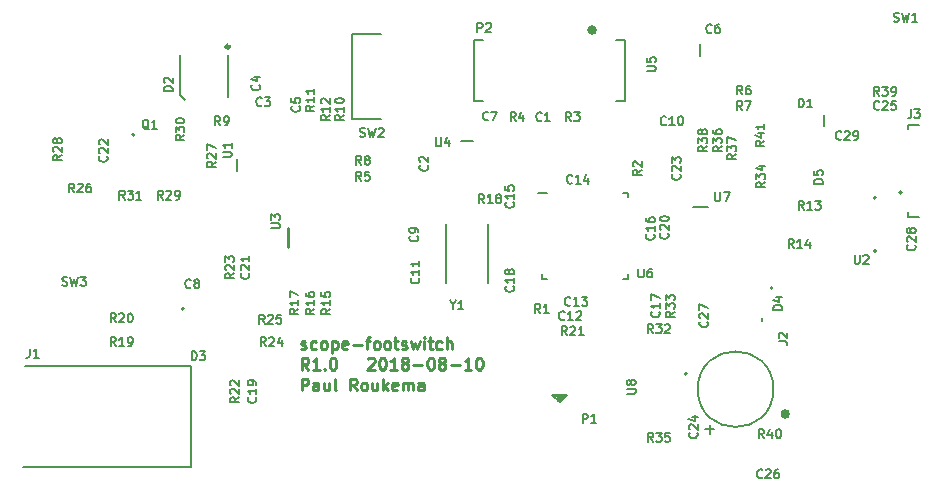
<source format=gto>
G04 #@! TF.GenerationSoftware,KiCad,Pcbnew,(5.0.0)*
G04 #@! TF.CreationDate,2018-08-10T21:54:07-04:00*
G04 #@! TF.ProjectId,scope-footswitch,73636F70652D666F6F74737769746368,1*
G04 #@! TF.SameCoordinates,Original*
G04 #@! TF.FileFunction,Legend,Top*
G04 #@! TF.FilePolarity,Positive*
%FSLAX46Y46*%
G04 Gerber Fmt 4.6, Leading zero omitted, Abs format (unit mm)*
G04 Created by KiCad (PCBNEW (5.0.0)) date 08/10/18 21:54:07*
%MOMM*%
%LPD*%
G01*
G04 APERTURE LIST*
%ADD10C,0.250000*%
%ADD11C,0.200000*%
%ADD12C,0.150000*%
%ADD13C,0.400000*%
%ADD14C,0.300000*%
%ADD15C,0.180000*%
G04 APERTURE END LIST*
D10*
X132802976Y-103254761D02*
X132898214Y-103302380D01*
X133088690Y-103302380D01*
X133183928Y-103254761D01*
X133231547Y-103159523D01*
X133231547Y-103111904D01*
X133183928Y-103016666D01*
X133088690Y-102969047D01*
X132945833Y-102969047D01*
X132850595Y-102921428D01*
X132802976Y-102826190D01*
X132802976Y-102778571D01*
X132850595Y-102683333D01*
X132945833Y-102635714D01*
X133088690Y-102635714D01*
X133183928Y-102683333D01*
X134088690Y-103254761D02*
X133993452Y-103302380D01*
X133802976Y-103302380D01*
X133707738Y-103254761D01*
X133660119Y-103207142D01*
X133612500Y-103111904D01*
X133612500Y-102826190D01*
X133660119Y-102730952D01*
X133707738Y-102683333D01*
X133802976Y-102635714D01*
X133993452Y-102635714D01*
X134088690Y-102683333D01*
X134660119Y-103302380D02*
X134564880Y-103254761D01*
X134517261Y-103207142D01*
X134469642Y-103111904D01*
X134469642Y-102826190D01*
X134517261Y-102730952D01*
X134564880Y-102683333D01*
X134660119Y-102635714D01*
X134802976Y-102635714D01*
X134898214Y-102683333D01*
X134945833Y-102730952D01*
X134993452Y-102826190D01*
X134993452Y-103111904D01*
X134945833Y-103207142D01*
X134898214Y-103254761D01*
X134802976Y-103302380D01*
X134660119Y-103302380D01*
X135422023Y-102635714D02*
X135422023Y-103635714D01*
X135422023Y-102683333D02*
X135517261Y-102635714D01*
X135707738Y-102635714D01*
X135802976Y-102683333D01*
X135850595Y-102730952D01*
X135898214Y-102826190D01*
X135898214Y-103111904D01*
X135850595Y-103207142D01*
X135802976Y-103254761D01*
X135707738Y-103302380D01*
X135517261Y-103302380D01*
X135422023Y-103254761D01*
X136707738Y-103254761D02*
X136612500Y-103302380D01*
X136422023Y-103302380D01*
X136326785Y-103254761D01*
X136279166Y-103159523D01*
X136279166Y-102778571D01*
X136326785Y-102683333D01*
X136422023Y-102635714D01*
X136612500Y-102635714D01*
X136707738Y-102683333D01*
X136755357Y-102778571D01*
X136755357Y-102873809D01*
X136279166Y-102969047D01*
X137183928Y-102921428D02*
X137945833Y-102921428D01*
X138279166Y-102635714D02*
X138660119Y-102635714D01*
X138422023Y-103302380D02*
X138422023Y-102445238D01*
X138469642Y-102350000D01*
X138564880Y-102302380D01*
X138660119Y-102302380D01*
X139136309Y-103302380D02*
X139041071Y-103254761D01*
X138993452Y-103207142D01*
X138945833Y-103111904D01*
X138945833Y-102826190D01*
X138993452Y-102730952D01*
X139041071Y-102683333D01*
X139136309Y-102635714D01*
X139279166Y-102635714D01*
X139374404Y-102683333D01*
X139422023Y-102730952D01*
X139469642Y-102826190D01*
X139469642Y-103111904D01*
X139422023Y-103207142D01*
X139374404Y-103254761D01*
X139279166Y-103302380D01*
X139136309Y-103302380D01*
X140041071Y-103302380D02*
X139945833Y-103254761D01*
X139898214Y-103207142D01*
X139850595Y-103111904D01*
X139850595Y-102826190D01*
X139898214Y-102730952D01*
X139945833Y-102683333D01*
X140041071Y-102635714D01*
X140183928Y-102635714D01*
X140279166Y-102683333D01*
X140326785Y-102730952D01*
X140374404Y-102826190D01*
X140374404Y-103111904D01*
X140326785Y-103207142D01*
X140279166Y-103254761D01*
X140183928Y-103302380D01*
X140041071Y-103302380D01*
X140660119Y-102635714D02*
X141041071Y-102635714D01*
X140802976Y-102302380D02*
X140802976Y-103159523D01*
X140850595Y-103254761D01*
X140945833Y-103302380D01*
X141041071Y-103302380D01*
X141326785Y-103254761D02*
X141422023Y-103302380D01*
X141612500Y-103302380D01*
X141707738Y-103254761D01*
X141755357Y-103159523D01*
X141755357Y-103111904D01*
X141707738Y-103016666D01*
X141612500Y-102969047D01*
X141469642Y-102969047D01*
X141374404Y-102921428D01*
X141326785Y-102826190D01*
X141326785Y-102778571D01*
X141374404Y-102683333D01*
X141469642Y-102635714D01*
X141612500Y-102635714D01*
X141707738Y-102683333D01*
X142088690Y-102635714D02*
X142279166Y-103302380D01*
X142469642Y-102826190D01*
X142660119Y-103302380D01*
X142850595Y-102635714D01*
X143231547Y-103302380D02*
X143231547Y-102635714D01*
X143231547Y-102302380D02*
X143183928Y-102350000D01*
X143231547Y-102397619D01*
X143279166Y-102350000D01*
X143231547Y-102302380D01*
X143231547Y-102397619D01*
X143564880Y-102635714D02*
X143945833Y-102635714D01*
X143707738Y-102302380D02*
X143707738Y-103159523D01*
X143755357Y-103254761D01*
X143850595Y-103302380D01*
X143945833Y-103302380D01*
X144707738Y-103254761D02*
X144612500Y-103302380D01*
X144422023Y-103302380D01*
X144326785Y-103254761D01*
X144279166Y-103207142D01*
X144231547Y-103111904D01*
X144231547Y-102826190D01*
X144279166Y-102730952D01*
X144326785Y-102683333D01*
X144422023Y-102635714D01*
X144612500Y-102635714D01*
X144707738Y-102683333D01*
X145136309Y-103302380D02*
X145136309Y-102302380D01*
X145564880Y-103302380D02*
X145564880Y-102778571D01*
X145517261Y-102683333D01*
X145422023Y-102635714D01*
X145279166Y-102635714D01*
X145183928Y-102683333D01*
X145136309Y-102730952D01*
X133422023Y-105052380D02*
X133088690Y-104576190D01*
X132850595Y-105052380D02*
X132850595Y-104052380D01*
X133231547Y-104052380D01*
X133326785Y-104100000D01*
X133374404Y-104147619D01*
X133422023Y-104242857D01*
X133422023Y-104385714D01*
X133374404Y-104480952D01*
X133326785Y-104528571D01*
X133231547Y-104576190D01*
X132850595Y-104576190D01*
X134374404Y-105052380D02*
X133802976Y-105052380D01*
X134088690Y-105052380D02*
X134088690Y-104052380D01*
X133993452Y-104195238D01*
X133898214Y-104290476D01*
X133802976Y-104338095D01*
X134802976Y-104957142D02*
X134850595Y-105004761D01*
X134802976Y-105052380D01*
X134755357Y-105004761D01*
X134802976Y-104957142D01*
X134802976Y-105052380D01*
X135469642Y-104052380D02*
X135564880Y-104052380D01*
X135660119Y-104100000D01*
X135707738Y-104147619D01*
X135755357Y-104242857D01*
X135802976Y-104433333D01*
X135802976Y-104671428D01*
X135755357Y-104861904D01*
X135707738Y-104957142D01*
X135660119Y-105004761D01*
X135564880Y-105052380D01*
X135469642Y-105052380D01*
X135374404Y-105004761D01*
X135326785Y-104957142D01*
X135279166Y-104861904D01*
X135231547Y-104671428D01*
X135231547Y-104433333D01*
X135279166Y-104242857D01*
X135326785Y-104147619D01*
X135374404Y-104100000D01*
X135469642Y-104052380D01*
X138469642Y-104147619D02*
X138517261Y-104100000D01*
X138612500Y-104052380D01*
X138850595Y-104052380D01*
X138945833Y-104100000D01*
X138993452Y-104147619D01*
X139041071Y-104242857D01*
X139041071Y-104338095D01*
X138993452Y-104480952D01*
X138422023Y-105052380D01*
X139041071Y-105052380D01*
X139660119Y-104052380D02*
X139755357Y-104052380D01*
X139850595Y-104100000D01*
X139898214Y-104147619D01*
X139945833Y-104242857D01*
X139993452Y-104433333D01*
X139993452Y-104671428D01*
X139945833Y-104861904D01*
X139898214Y-104957142D01*
X139850595Y-105004761D01*
X139755357Y-105052380D01*
X139660119Y-105052380D01*
X139564880Y-105004761D01*
X139517261Y-104957142D01*
X139469642Y-104861904D01*
X139422023Y-104671428D01*
X139422023Y-104433333D01*
X139469642Y-104242857D01*
X139517261Y-104147619D01*
X139564880Y-104100000D01*
X139660119Y-104052380D01*
X140945833Y-105052380D02*
X140374404Y-105052380D01*
X140660119Y-105052380D02*
X140660119Y-104052380D01*
X140564880Y-104195238D01*
X140469642Y-104290476D01*
X140374404Y-104338095D01*
X141517261Y-104480952D02*
X141422023Y-104433333D01*
X141374404Y-104385714D01*
X141326785Y-104290476D01*
X141326785Y-104242857D01*
X141374404Y-104147619D01*
X141422023Y-104100000D01*
X141517261Y-104052380D01*
X141707738Y-104052380D01*
X141802976Y-104100000D01*
X141850595Y-104147619D01*
X141898214Y-104242857D01*
X141898214Y-104290476D01*
X141850595Y-104385714D01*
X141802976Y-104433333D01*
X141707738Y-104480952D01*
X141517261Y-104480952D01*
X141422023Y-104528571D01*
X141374404Y-104576190D01*
X141326785Y-104671428D01*
X141326785Y-104861904D01*
X141374404Y-104957142D01*
X141422023Y-105004761D01*
X141517261Y-105052380D01*
X141707738Y-105052380D01*
X141802976Y-105004761D01*
X141850595Y-104957142D01*
X141898214Y-104861904D01*
X141898214Y-104671428D01*
X141850595Y-104576190D01*
X141802976Y-104528571D01*
X141707738Y-104480952D01*
X142326785Y-104671428D02*
X143088690Y-104671428D01*
X143755357Y-104052380D02*
X143850595Y-104052380D01*
X143945833Y-104100000D01*
X143993452Y-104147619D01*
X144041071Y-104242857D01*
X144088690Y-104433333D01*
X144088690Y-104671428D01*
X144041071Y-104861904D01*
X143993452Y-104957142D01*
X143945833Y-105004761D01*
X143850595Y-105052380D01*
X143755357Y-105052380D01*
X143660119Y-105004761D01*
X143612500Y-104957142D01*
X143564880Y-104861904D01*
X143517261Y-104671428D01*
X143517261Y-104433333D01*
X143564880Y-104242857D01*
X143612500Y-104147619D01*
X143660119Y-104100000D01*
X143755357Y-104052380D01*
X144660119Y-104480952D02*
X144564880Y-104433333D01*
X144517261Y-104385714D01*
X144469642Y-104290476D01*
X144469642Y-104242857D01*
X144517261Y-104147619D01*
X144564880Y-104100000D01*
X144660119Y-104052380D01*
X144850595Y-104052380D01*
X144945833Y-104100000D01*
X144993452Y-104147619D01*
X145041071Y-104242857D01*
X145041071Y-104290476D01*
X144993452Y-104385714D01*
X144945833Y-104433333D01*
X144850595Y-104480952D01*
X144660119Y-104480952D01*
X144564880Y-104528571D01*
X144517261Y-104576190D01*
X144469642Y-104671428D01*
X144469642Y-104861904D01*
X144517261Y-104957142D01*
X144564880Y-105004761D01*
X144660119Y-105052380D01*
X144850595Y-105052380D01*
X144945833Y-105004761D01*
X144993452Y-104957142D01*
X145041071Y-104861904D01*
X145041071Y-104671428D01*
X144993452Y-104576190D01*
X144945833Y-104528571D01*
X144850595Y-104480952D01*
X145469642Y-104671428D02*
X146231547Y-104671428D01*
X147231547Y-105052380D02*
X146660119Y-105052380D01*
X146945833Y-105052380D02*
X146945833Y-104052380D01*
X146850595Y-104195238D01*
X146755357Y-104290476D01*
X146660119Y-104338095D01*
X147850595Y-104052380D02*
X147945833Y-104052380D01*
X148041071Y-104100000D01*
X148088690Y-104147619D01*
X148136309Y-104242857D01*
X148183928Y-104433333D01*
X148183928Y-104671428D01*
X148136309Y-104861904D01*
X148088690Y-104957142D01*
X148041071Y-105004761D01*
X147945833Y-105052380D01*
X147850595Y-105052380D01*
X147755357Y-105004761D01*
X147707738Y-104957142D01*
X147660119Y-104861904D01*
X147612500Y-104671428D01*
X147612500Y-104433333D01*
X147660119Y-104242857D01*
X147707738Y-104147619D01*
X147755357Y-104100000D01*
X147850595Y-104052380D01*
X132850595Y-106802380D02*
X132850595Y-105802380D01*
X133231547Y-105802380D01*
X133326785Y-105850000D01*
X133374404Y-105897619D01*
X133422023Y-105992857D01*
X133422023Y-106135714D01*
X133374404Y-106230952D01*
X133326785Y-106278571D01*
X133231547Y-106326190D01*
X132850595Y-106326190D01*
X134279166Y-106802380D02*
X134279166Y-106278571D01*
X134231547Y-106183333D01*
X134136309Y-106135714D01*
X133945833Y-106135714D01*
X133850595Y-106183333D01*
X134279166Y-106754761D02*
X134183928Y-106802380D01*
X133945833Y-106802380D01*
X133850595Y-106754761D01*
X133802976Y-106659523D01*
X133802976Y-106564285D01*
X133850595Y-106469047D01*
X133945833Y-106421428D01*
X134183928Y-106421428D01*
X134279166Y-106373809D01*
X135183928Y-106135714D02*
X135183928Y-106802380D01*
X134755357Y-106135714D02*
X134755357Y-106659523D01*
X134802976Y-106754761D01*
X134898214Y-106802380D01*
X135041071Y-106802380D01*
X135136309Y-106754761D01*
X135183928Y-106707142D01*
X135802976Y-106802380D02*
X135707738Y-106754761D01*
X135660119Y-106659523D01*
X135660119Y-105802380D01*
X137517261Y-106802380D02*
X137183928Y-106326190D01*
X136945833Y-106802380D02*
X136945833Y-105802380D01*
X137326785Y-105802380D01*
X137422023Y-105850000D01*
X137469642Y-105897619D01*
X137517261Y-105992857D01*
X137517261Y-106135714D01*
X137469642Y-106230952D01*
X137422023Y-106278571D01*
X137326785Y-106326190D01*
X136945833Y-106326190D01*
X138088690Y-106802380D02*
X137993452Y-106754761D01*
X137945833Y-106707142D01*
X137898214Y-106611904D01*
X137898214Y-106326190D01*
X137945833Y-106230952D01*
X137993452Y-106183333D01*
X138088690Y-106135714D01*
X138231547Y-106135714D01*
X138326785Y-106183333D01*
X138374404Y-106230952D01*
X138422023Y-106326190D01*
X138422023Y-106611904D01*
X138374404Y-106707142D01*
X138326785Y-106754761D01*
X138231547Y-106802380D01*
X138088690Y-106802380D01*
X139279166Y-106135714D02*
X139279166Y-106802380D01*
X138850595Y-106135714D02*
X138850595Y-106659523D01*
X138898214Y-106754761D01*
X138993452Y-106802380D01*
X139136309Y-106802380D01*
X139231547Y-106754761D01*
X139279166Y-106707142D01*
X139755357Y-106802380D02*
X139755357Y-105802380D01*
X139850595Y-106421428D02*
X140136309Y-106802380D01*
X140136309Y-106135714D02*
X139755357Y-106516666D01*
X140945833Y-106754761D02*
X140850595Y-106802380D01*
X140660119Y-106802380D01*
X140564880Y-106754761D01*
X140517261Y-106659523D01*
X140517261Y-106278571D01*
X140564880Y-106183333D01*
X140660119Y-106135714D01*
X140850595Y-106135714D01*
X140945833Y-106183333D01*
X140993452Y-106278571D01*
X140993452Y-106373809D01*
X140517261Y-106469047D01*
X141422023Y-106802380D02*
X141422023Y-106135714D01*
X141422023Y-106230952D02*
X141469642Y-106183333D01*
X141564880Y-106135714D01*
X141707738Y-106135714D01*
X141802976Y-106183333D01*
X141850595Y-106278571D01*
X141850595Y-106802380D01*
X141850595Y-106278571D02*
X141898214Y-106183333D01*
X141993452Y-106135714D01*
X142136309Y-106135714D01*
X142231547Y-106183333D01*
X142279166Y-106278571D01*
X142279166Y-106802380D01*
X143183928Y-106802380D02*
X143183928Y-106278571D01*
X143136309Y-106183333D01*
X143041071Y-106135714D01*
X142850595Y-106135714D01*
X142755357Y-106183333D01*
X143183928Y-106754761D02*
X143088690Y-106802380D01*
X142850595Y-106802380D01*
X142755357Y-106754761D01*
X142707738Y-106659523D01*
X142707738Y-106564285D01*
X142755357Y-106469047D01*
X142850595Y-106421428D01*
X143088690Y-106421428D01*
X143183928Y-106373809D01*
D11*
X171850000Y-100950000D02*
X171850000Y-100700000D01*
D12*
G04 #@! TO.C,J1*
X123500000Y-104700000D02*
X109400000Y-104700000D01*
X123500000Y-113300000D02*
X123500000Y-104700000D01*
X109300000Y-113300000D02*
X123500000Y-113300000D01*
G04 #@! TO.C,P1*
X154593000Y-107676000D02*
X154847000Y-107676000D01*
X154847000Y-107549000D02*
X154593000Y-107549000D01*
X154466000Y-107422000D02*
X154974000Y-107422000D01*
X155101000Y-107295000D02*
X154339000Y-107295000D01*
D11*
X154085000Y-107168000D02*
X154720000Y-107803000D01*
X155355000Y-107168000D02*
X154085000Y-107168000D01*
X154720000Y-107803000D02*
X155355000Y-107168000D01*
D13*
G04 #@! TO.C,J2*
X174000000Y-108800000D02*
G75*
G03X174000000Y-108800000I-200000J0D01*
G01*
D12*
G04 #@! TO.C,C24*
X167800000Y-110100000D02*
X167000000Y-110100000D01*
X167400000Y-109700000D02*
X167400000Y-110500000D01*
X172800000Y-106700000D02*
G75*
G03X172800000Y-106700000I-3200000J0D01*
G01*
D10*
G04 #@! TO.C,U3*
X131683000Y-94629000D02*
X131683000Y-93029000D01*
D12*
G04 #@! TO.C,D1*
X177100000Y-83450000D02*
X177100000Y-84450000D01*
D11*
G04 #@! TO.C,U2*
X181500000Y-95000000D02*
G75*
G03X181500000Y-95000000I-100000J0D01*
G01*
G04 #@! TO.C,U8*
X165500000Y-105400000D02*
G75*
G03X165500000Y-105400000I-100000J0D01*
G01*
D12*
G04 #@! TO.C,U5*
X166600000Y-77450000D02*
X166600000Y-78450000D01*
G04 #@! TO.C,U4*
X146350000Y-85700000D02*
X147350000Y-85700000D01*
G04 #@! TO.C,U1*
X127350000Y-88200000D02*
X127350000Y-87200000D01*
G04 #@! TO.C,U6*
X153600000Y-90050000D02*
X152900000Y-90050000D01*
X153200000Y-97350000D02*
X153200000Y-96950000D01*
X153600000Y-97350000D02*
X153200000Y-97350000D01*
X160500000Y-97350000D02*
X160500000Y-96950000D01*
X160100000Y-97350000D02*
X160500000Y-97350000D01*
X160500000Y-90050000D02*
X160500000Y-90450000D01*
X160100000Y-90050000D02*
X160500000Y-90050000D01*
D11*
G04 #@! TO.C,D4*
X172750000Y-98150000D02*
G75*
G03X172750000Y-98150000I-100000J0D01*
G01*
D12*
G04 #@! TO.C,U7*
X166000000Y-91250000D02*
X167250000Y-91250000D01*
D11*
G04 #@! TO.C,Q1*
X118700000Y-85150000D02*
G75*
G03X118700000Y-85150000I-100000J0D01*
G01*
D12*
G04 #@! TO.C,J3*
X185109000Y-92100000D02*
X184159000Y-92100000D01*
X184159000Y-92100000D02*
X184159000Y-91700000D01*
X184159000Y-84700000D02*
X184159000Y-84300000D01*
X184159000Y-84300000D02*
X185109000Y-84300000D01*
D11*
X183659000Y-90050000D02*
G75*
G03X183659000Y-90050000I-100000J0D01*
G01*
D12*
G04 #@! TO.C,P2*
X159450000Y-77100000D02*
X160250000Y-77100000D01*
X160250000Y-77100000D02*
X160250000Y-82300000D01*
X160250000Y-82300000D02*
X159450000Y-82300000D01*
X148250000Y-77100000D02*
X147450000Y-77100000D01*
X147450000Y-77100000D02*
X147450000Y-82300000D01*
X147450000Y-82300000D02*
X148250000Y-82300000D01*
D13*
X157650000Y-76300000D02*
G75*
G03X157650000Y-76300000I-200000J0D01*
G01*
D12*
G04 #@! TO.C,D2*
X122600000Y-78400000D02*
X122600000Y-81800000D01*
X122600000Y-81800000D02*
X123000000Y-82200000D01*
X126600000Y-78400000D02*
X126600000Y-82000000D01*
D14*
X126741421Y-77700000D02*
G75*
G03X126741421Y-77700000I-141421J0D01*
G01*
D11*
G04 #@! TO.C,D3*
X122900000Y-99900000D02*
G75*
G03X122900000Y-99900000I-100000J0D01*
G01*
G04 #@! TO.C,D5*
X181500000Y-90500000D02*
G75*
G03X181500000Y-90500000I-100000J0D01*
G01*
D12*
G04 #@! TO.C,SW2*
X139600000Y-76600000D02*
X137100000Y-76600000D01*
X137100000Y-76600000D02*
X137100000Y-83800000D01*
X137100000Y-83800000D02*
X139600000Y-83800000D01*
G04 #@! TO.C,Y1*
X148600000Y-92700000D02*
X148600000Y-97700000D01*
X145100000Y-97700000D02*
X145100000Y-92700000D01*
G04 #@! TO.C,J1*
D15*
X109850000Y-103289285D02*
X109850000Y-103825000D01*
X109814285Y-103932142D01*
X109742857Y-104003571D01*
X109635714Y-104039285D01*
X109564285Y-104039285D01*
X110600000Y-104039285D02*
X110171428Y-104039285D01*
X110385714Y-104039285D02*
X110385714Y-103289285D01*
X110314285Y-103396428D01*
X110242857Y-103467857D01*
X110171428Y-103503571D01*
G04 #@! TO.C,P1*
X156646428Y-109539285D02*
X156646428Y-108789285D01*
X156932142Y-108789285D01*
X157003571Y-108825000D01*
X157039285Y-108860714D01*
X157075000Y-108932142D01*
X157075000Y-109039285D01*
X157039285Y-109110714D01*
X157003571Y-109146428D01*
X156932142Y-109182142D01*
X156646428Y-109182142D01*
X157789285Y-109539285D02*
X157360714Y-109539285D01*
X157575000Y-109539285D02*
X157575000Y-108789285D01*
X157503571Y-108896428D01*
X157432142Y-108967857D01*
X157360714Y-109003571D01*
G04 #@! TO.C,J2*
X173239285Y-102650000D02*
X173775000Y-102650000D01*
X173882142Y-102685714D01*
X173953571Y-102757142D01*
X173989285Y-102864285D01*
X173989285Y-102935714D01*
X173310714Y-102328571D02*
X173275000Y-102292857D01*
X173239285Y-102221428D01*
X173239285Y-102042857D01*
X173275000Y-101971428D01*
X173310714Y-101935714D01*
X173382142Y-101900000D01*
X173453571Y-101900000D01*
X173560714Y-101935714D01*
X173989285Y-102364285D01*
X173989285Y-101900000D01*
G04 #@! TO.C,C24*
X166317857Y-110382142D02*
X166353571Y-110417857D01*
X166389285Y-110525000D01*
X166389285Y-110596428D01*
X166353571Y-110703571D01*
X166282142Y-110775000D01*
X166210714Y-110810714D01*
X166067857Y-110846428D01*
X165960714Y-110846428D01*
X165817857Y-110810714D01*
X165746428Y-110775000D01*
X165675000Y-110703571D01*
X165639285Y-110596428D01*
X165639285Y-110525000D01*
X165675000Y-110417857D01*
X165710714Y-110382142D01*
X165710714Y-110096428D02*
X165675000Y-110060714D01*
X165639285Y-109989285D01*
X165639285Y-109810714D01*
X165675000Y-109739285D01*
X165710714Y-109703571D01*
X165782142Y-109667857D01*
X165853571Y-109667857D01*
X165960714Y-109703571D01*
X166389285Y-110132142D01*
X166389285Y-109667857D01*
X165889285Y-109025000D02*
X166389285Y-109025000D01*
X165603571Y-109203571D02*
X166139285Y-109382142D01*
X166139285Y-108917857D01*
G04 #@! TO.C,U3*
X130289285Y-93071428D02*
X130896428Y-93071428D01*
X130967857Y-93035714D01*
X131003571Y-93000000D01*
X131039285Y-92928571D01*
X131039285Y-92785714D01*
X131003571Y-92714285D01*
X130967857Y-92678571D01*
X130896428Y-92642857D01*
X130289285Y-92642857D01*
X130289285Y-92357142D02*
X130289285Y-91892857D01*
X130575000Y-92142857D01*
X130575000Y-92035714D01*
X130610714Y-91964285D01*
X130646428Y-91928571D01*
X130717857Y-91892857D01*
X130896428Y-91892857D01*
X130967857Y-91928571D01*
X131003571Y-91964285D01*
X131039285Y-92035714D01*
X131039285Y-92250000D01*
X131003571Y-92321428D01*
X130967857Y-92357142D01*
G04 #@! TO.C,D1*
X174946428Y-82839285D02*
X174946428Y-82089285D01*
X175125000Y-82089285D01*
X175232142Y-82125000D01*
X175303571Y-82196428D01*
X175339285Y-82267857D01*
X175375000Y-82410714D01*
X175375000Y-82517857D01*
X175339285Y-82660714D01*
X175303571Y-82732142D01*
X175232142Y-82803571D01*
X175125000Y-82839285D01*
X174946428Y-82839285D01*
X176089285Y-82839285D02*
X175660714Y-82839285D01*
X175875000Y-82839285D02*
X175875000Y-82089285D01*
X175803571Y-82196428D01*
X175732142Y-82267857D01*
X175660714Y-82303571D01*
G04 #@! TO.C,U2*
X179678571Y-95339285D02*
X179678571Y-95946428D01*
X179714285Y-96017857D01*
X179750000Y-96053571D01*
X179821428Y-96089285D01*
X179964285Y-96089285D01*
X180035714Y-96053571D01*
X180071428Y-96017857D01*
X180107142Y-95946428D01*
X180107142Y-95339285D01*
X180428571Y-95410714D02*
X180464285Y-95375000D01*
X180535714Y-95339285D01*
X180714285Y-95339285D01*
X180785714Y-95375000D01*
X180821428Y-95410714D01*
X180857142Y-95482142D01*
X180857142Y-95553571D01*
X180821428Y-95660714D01*
X180392857Y-96089285D01*
X180857142Y-96089285D01*
G04 #@! TO.C,U8*
X160389285Y-107071428D02*
X160996428Y-107071428D01*
X161067857Y-107035714D01*
X161103571Y-107000000D01*
X161139285Y-106928571D01*
X161139285Y-106785714D01*
X161103571Y-106714285D01*
X161067857Y-106678571D01*
X160996428Y-106642857D01*
X160389285Y-106642857D01*
X160710714Y-106178571D02*
X160675000Y-106250000D01*
X160639285Y-106285714D01*
X160567857Y-106321428D01*
X160532142Y-106321428D01*
X160460714Y-106285714D01*
X160425000Y-106250000D01*
X160389285Y-106178571D01*
X160389285Y-106035714D01*
X160425000Y-105964285D01*
X160460714Y-105928571D01*
X160532142Y-105892857D01*
X160567857Y-105892857D01*
X160639285Y-105928571D01*
X160675000Y-105964285D01*
X160710714Y-106035714D01*
X160710714Y-106178571D01*
X160746428Y-106250000D01*
X160782142Y-106285714D01*
X160853571Y-106321428D01*
X160996428Y-106321428D01*
X161067857Y-106285714D01*
X161103571Y-106250000D01*
X161139285Y-106178571D01*
X161139285Y-106035714D01*
X161103571Y-105964285D01*
X161067857Y-105928571D01*
X160996428Y-105892857D01*
X160853571Y-105892857D01*
X160782142Y-105928571D01*
X160746428Y-105964285D01*
X160710714Y-106035714D01*
G04 #@! TO.C,U5*
X162089285Y-79771428D02*
X162696428Y-79771428D01*
X162767857Y-79735714D01*
X162803571Y-79700000D01*
X162839285Y-79628571D01*
X162839285Y-79485714D01*
X162803571Y-79414285D01*
X162767857Y-79378571D01*
X162696428Y-79342857D01*
X162089285Y-79342857D01*
X162089285Y-78628571D02*
X162089285Y-78985714D01*
X162446428Y-79021428D01*
X162410714Y-78985714D01*
X162375000Y-78914285D01*
X162375000Y-78735714D01*
X162410714Y-78664285D01*
X162446428Y-78628571D01*
X162517857Y-78592857D01*
X162696428Y-78592857D01*
X162767857Y-78628571D01*
X162803571Y-78664285D01*
X162839285Y-78735714D01*
X162839285Y-78914285D01*
X162803571Y-78985714D01*
X162767857Y-79021428D01*
G04 #@! TO.C,U4*
X144228571Y-85389285D02*
X144228571Y-85996428D01*
X144264285Y-86067857D01*
X144300000Y-86103571D01*
X144371428Y-86139285D01*
X144514285Y-86139285D01*
X144585714Y-86103571D01*
X144621428Y-86067857D01*
X144657142Y-85996428D01*
X144657142Y-85389285D01*
X145335714Y-85639285D02*
X145335714Y-86139285D01*
X145157142Y-85353571D02*
X144978571Y-85889285D01*
X145442857Y-85889285D01*
G04 #@! TO.C,U1*
X126189285Y-87021428D02*
X126796428Y-87021428D01*
X126867857Y-86985714D01*
X126903571Y-86950000D01*
X126939285Y-86878571D01*
X126939285Y-86735714D01*
X126903571Y-86664285D01*
X126867857Y-86628571D01*
X126796428Y-86592857D01*
X126189285Y-86592857D01*
X126939285Y-85842857D02*
X126939285Y-86271428D01*
X126939285Y-86057142D02*
X126189285Y-86057142D01*
X126296428Y-86128571D01*
X126367857Y-86200000D01*
X126403571Y-86271428D01*
G04 #@! TO.C,U6*
X161378571Y-96489285D02*
X161378571Y-97096428D01*
X161414285Y-97167857D01*
X161450000Y-97203571D01*
X161521428Y-97239285D01*
X161664285Y-97239285D01*
X161735714Y-97203571D01*
X161771428Y-97167857D01*
X161807142Y-97096428D01*
X161807142Y-96489285D01*
X162485714Y-96489285D02*
X162342857Y-96489285D01*
X162271428Y-96525000D01*
X162235714Y-96560714D01*
X162164285Y-96667857D01*
X162128571Y-96810714D01*
X162128571Y-97096428D01*
X162164285Y-97167857D01*
X162200000Y-97203571D01*
X162271428Y-97239285D01*
X162414285Y-97239285D01*
X162485714Y-97203571D01*
X162521428Y-97167857D01*
X162557142Y-97096428D01*
X162557142Y-96917857D01*
X162521428Y-96846428D01*
X162485714Y-96810714D01*
X162414285Y-96775000D01*
X162271428Y-96775000D01*
X162200000Y-96810714D01*
X162164285Y-96846428D01*
X162128571Y-96917857D01*
G04 #@! TO.C,R7*
X170175000Y-83039285D02*
X169925000Y-82682142D01*
X169746428Y-83039285D02*
X169746428Y-82289285D01*
X170032142Y-82289285D01*
X170103571Y-82325000D01*
X170139285Y-82360714D01*
X170175000Y-82432142D01*
X170175000Y-82539285D01*
X170139285Y-82610714D01*
X170103571Y-82646428D01*
X170032142Y-82682142D01*
X169746428Y-82682142D01*
X170425000Y-82289285D02*
X170925000Y-82289285D01*
X170603571Y-83039285D01*
G04 #@! TO.C,R41*
X172039285Y-85682142D02*
X171682142Y-85932142D01*
X172039285Y-86110714D02*
X171289285Y-86110714D01*
X171289285Y-85825000D01*
X171325000Y-85753571D01*
X171360714Y-85717857D01*
X171432142Y-85682142D01*
X171539285Y-85682142D01*
X171610714Y-85717857D01*
X171646428Y-85753571D01*
X171682142Y-85825000D01*
X171682142Y-86110714D01*
X171539285Y-85039285D02*
X172039285Y-85039285D01*
X171253571Y-85217857D02*
X171789285Y-85396428D01*
X171789285Y-84932142D01*
X172039285Y-84253571D02*
X172039285Y-84682142D01*
X172039285Y-84467857D02*
X171289285Y-84467857D01*
X171396428Y-84539285D01*
X171467857Y-84610714D01*
X171503571Y-84682142D01*
G04 #@! TO.C,D4*
X173539285Y-100003571D02*
X172789285Y-100003571D01*
X172789285Y-99825000D01*
X172825000Y-99717857D01*
X172896428Y-99646428D01*
X172967857Y-99610714D01*
X173110714Y-99575000D01*
X173217857Y-99575000D01*
X173360714Y-99610714D01*
X173432142Y-99646428D01*
X173503571Y-99717857D01*
X173539285Y-99825000D01*
X173539285Y-100003571D01*
X173039285Y-98932142D02*
X173539285Y-98932142D01*
X172753571Y-99110714D02*
X173289285Y-99289285D01*
X173289285Y-98825000D01*
G04 #@! TO.C,C27*
X167217857Y-100982142D02*
X167253571Y-101017857D01*
X167289285Y-101125000D01*
X167289285Y-101196428D01*
X167253571Y-101303571D01*
X167182142Y-101375000D01*
X167110714Y-101410714D01*
X166967857Y-101446428D01*
X166860714Y-101446428D01*
X166717857Y-101410714D01*
X166646428Y-101375000D01*
X166575000Y-101303571D01*
X166539285Y-101196428D01*
X166539285Y-101125000D01*
X166575000Y-101017857D01*
X166610714Y-100982142D01*
X166610714Y-100696428D02*
X166575000Y-100660714D01*
X166539285Y-100589285D01*
X166539285Y-100410714D01*
X166575000Y-100339285D01*
X166610714Y-100303571D01*
X166682142Y-100267857D01*
X166753571Y-100267857D01*
X166860714Y-100303571D01*
X167289285Y-100732142D01*
X167289285Y-100267857D01*
X166539285Y-100017857D02*
X166539285Y-99517857D01*
X167289285Y-99839285D01*
G04 #@! TO.C,C26*
X171867857Y-114167857D02*
X171832142Y-114203571D01*
X171725000Y-114239285D01*
X171653571Y-114239285D01*
X171546428Y-114203571D01*
X171475000Y-114132142D01*
X171439285Y-114060714D01*
X171403571Y-113917857D01*
X171403571Y-113810714D01*
X171439285Y-113667857D01*
X171475000Y-113596428D01*
X171546428Y-113525000D01*
X171653571Y-113489285D01*
X171725000Y-113489285D01*
X171832142Y-113525000D01*
X171867857Y-113560714D01*
X172153571Y-113560714D02*
X172189285Y-113525000D01*
X172260714Y-113489285D01*
X172439285Y-113489285D01*
X172510714Y-113525000D01*
X172546428Y-113560714D01*
X172582142Y-113632142D01*
X172582142Y-113703571D01*
X172546428Y-113810714D01*
X172117857Y-114239285D01*
X172582142Y-114239285D01*
X173225000Y-113489285D02*
X173082142Y-113489285D01*
X173010714Y-113525000D01*
X172975000Y-113560714D01*
X172903571Y-113667857D01*
X172867857Y-113810714D01*
X172867857Y-114096428D01*
X172903571Y-114167857D01*
X172939285Y-114203571D01*
X173010714Y-114239285D01*
X173153571Y-114239285D01*
X173225000Y-114203571D01*
X173260714Y-114167857D01*
X173296428Y-114096428D01*
X173296428Y-113917857D01*
X173260714Y-113846428D01*
X173225000Y-113810714D01*
X173153571Y-113775000D01*
X173010714Y-113775000D01*
X172939285Y-113810714D01*
X172903571Y-113846428D01*
X172867857Y-113917857D01*
G04 #@! TO.C,R40*
X172017857Y-110839285D02*
X171767857Y-110482142D01*
X171589285Y-110839285D02*
X171589285Y-110089285D01*
X171875000Y-110089285D01*
X171946428Y-110125000D01*
X171982142Y-110160714D01*
X172017857Y-110232142D01*
X172017857Y-110339285D01*
X171982142Y-110410714D01*
X171946428Y-110446428D01*
X171875000Y-110482142D01*
X171589285Y-110482142D01*
X172660714Y-110339285D02*
X172660714Y-110839285D01*
X172482142Y-110053571D02*
X172303571Y-110589285D01*
X172767857Y-110589285D01*
X173196428Y-110089285D02*
X173267857Y-110089285D01*
X173339285Y-110125000D01*
X173375000Y-110160714D01*
X173410714Y-110232142D01*
X173446428Y-110375000D01*
X173446428Y-110553571D01*
X173410714Y-110696428D01*
X173375000Y-110767857D01*
X173339285Y-110803571D01*
X173267857Y-110839285D01*
X173196428Y-110839285D01*
X173125000Y-110803571D01*
X173089285Y-110767857D01*
X173053571Y-110696428D01*
X173017857Y-110553571D01*
X173017857Y-110375000D01*
X173053571Y-110232142D01*
X173089285Y-110160714D01*
X173125000Y-110125000D01*
X173196428Y-110089285D01*
G04 #@! TO.C,U7*
X167878571Y-90039285D02*
X167878571Y-90646428D01*
X167914285Y-90717857D01*
X167950000Y-90753571D01*
X168021428Y-90789285D01*
X168164285Y-90789285D01*
X168235714Y-90753571D01*
X168271428Y-90717857D01*
X168307142Y-90646428D01*
X168307142Y-90039285D01*
X168592857Y-90039285D02*
X169092857Y-90039285D01*
X168771428Y-90789285D01*
G04 #@! TO.C,R37*
X169639285Y-86782142D02*
X169282142Y-87032142D01*
X169639285Y-87210714D02*
X168889285Y-87210714D01*
X168889285Y-86925000D01*
X168925000Y-86853571D01*
X168960714Y-86817857D01*
X169032142Y-86782142D01*
X169139285Y-86782142D01*
X169210714Y-86817857D01*
X169246428Y-86853571D01*
X169282142Y-86925000D01*
X169282142Y-87210714D01*
X168889285Y-86532142D02*
X168889285Y-86067857D01*
X169175000Y-86317857D01*
X169175000Y-86210714D01*
X169210714Y-86139285D01*
X169246428Y-86103571D01*
X169317857Y-86067857D01*
X169496428Y-86067857D01*
X169567857Y-86103571D01*
X169603571Y-86139285D01*
X169639285Y-86210714D01*
X169639285Y-86425000D01*
X169603571Y-86496428D01*
X169567857Y-86532142D01*
X168889285Y-85817857D02*
X168889285Y-85317857D01*
X169639285Y-85639285D01*
G04 #@! TO.C,Q1*
X119928571Y-84710714D02*
X119857142Y-84675000D01*
X119785714Y-84603571D01*
X119678571Y-84496428D01*
X119607142Y-84460714D01*
X119535714Y-84460714D01*
X119571428Y-84639285D02*
X119500000Y-84603571D01*
X119428571Y-84532142D01*
X119392857Y-84389285D01*
X119392857Y-84139285D01*
X119428571Y-83996428D01*
X119500000Y-83925000D01*
X119571428Y-83889285D01*
X119714285Y-83889285D01*
X119785714Y-83925000D01*
X119857142Y-83996428D01*
X119892857Y-84139285D01*
X119892857Y-84389285D01*
X119857142Y-84532142D01*
X119785714Y-84603571D01*
X119714285Y-84639285D01*
X119571428Y-84639285D01*
X120607142Y-84639285D02*
X120178571Y-84639285D01*
X120392857Y-84639285D02*
X120392857Y-83889285D01*
X120321428Y-83996428D01*
X120250000Y-84067857D01*
X120178571Y-84103571D01*
G04 #@! TO.C,C14*
X155767857Y-89217857D02*
X155732142Y-89253571D01*
X155625000Y-89289285D01*
X155553571Y-89289285D01*
X155446428Y-89253571D01*
X155375000Y-89182142D01*
X155339285Y-89110714D01*
X155303571Y-88967857D01*
X155303571Y-88860714D01*
X155339285Y-88717857D01*
X155375000Y-88646428D01*
X155446428Y-88575000D01*
X155553571Y-88539285D01*
X155625000Y-88539285D01*
X155732142Y-88575000D01*
X155767857Y-88610714D01*
X156482142Y-89289285D02*
X156053571Y-89289285D01*
X156267857Y-89289285D02*
X156267857Y-88539285D01*
X156196428Y-88646428D01*
X156125000Y-88717857D01*
X156053571Y-88753571D01*
X157125000Y-88789285D02*
X157125000Y-89289285D01*
X156946428Y-88503571D02*
X156767857Y-89039285D01*
X157232142Y-89039285D01*
G04 #@! TO.C,C29*
X178567857Y-85517857D02*
X178532142Y-85553571D01*
X178425000Y-85589285D01*
X178353571Y-85589285D01*
X178246428Y-85553571D01*
X178175000Y-85482142D01*
X178139285Y-85410714D01*
X178103571Y-85267857D01*
X178103571Y-85160714D01*
X178139285Y-85017857D01*
X178175000Y-84946428D01*
X178246428Y-84875000D01*
X178353571Y-84839285D01*
X178425000Y-84839285D01*
X178532142Y-84875000D01*
X178567857Y-84910714D01*
X178853571Y-84910714D02*
X178889285Y-84875000D01*
X178960714Y-84839285D01*
X179139285Y-84839285D01*
X179210714Y-84875000D01*
X179246428Y-84910714D01*
X179282142Y-84982142D01*
X179282142Y-85053571D01*
X179246428Y-85160714D01*
X178817857Y-85589285D01*
X179282142Y-85589285D01*
X179639285Y-85589285D02*
X179782142Y-85589285D01*
X179853571Y-85553571D01*
X179889285Y-85517857D01*
X179960714Y-85410714D01*
X179996428Y-85267857D01*
X179996428Y-84982142D01*
X179960714Y-84910714D01*
X179925000Y-84875000D01*
X179853571Y-84839285D01*
X179710714Y-84839285D01*
X179639285Y-84875000D01*
X179603571Y-84910714D01*
X179567857Y-84982142D01*
X179567857Y-85160714D01*
X179603571Y-85232142D01*
X179639285Y-85267857D01*
X179710714Y-85303571D01*
X179853571Y-85303571D01*
X179925000Y-85267857D01*
X179960714Y-85232142D01*
X179996428Y-85160714D01*
G04 #@! TO.C,C25*
X181767857Y-82967857D02*
X181732142Y-83003571D01*
X181625000Y-83039285D01*
X181553571Y-83039285D01*
X181446428Y-83003571D01*
X181375000Y-82932142D01*
X181339285Y-82860714D01*
X181303571Y-82717857D01*
X181303571Y-82610714D01*
X181339285Y-82467857D01*
X181375000Y-82396428D01*
X181446428Y-82325000D01*
X181553571Y-82289285D01*
X181625000Y-82289285D01*
X181732142Y-82325000D01*
X181767857Y-82360714D01*
X182053571Y-82360714D02*
X182089285Y-82325000D01*
X182160714Y-82289285D01*
X182339285Y-82289285D01*
X182410714Y-82325000D01*
X182446428Y-82360714D01*
X182482142Y-82432142D01*
X182482142Y-82503571D01*
X182446428Y-82610714D01*
X182017857Y-83039285D01*
X182482142Y-83039285D01*
X183160714Y-82289285D02*
X182803571Y-82289285D01*
X182767857Y-82646428D01*
X182803571Y-82610714D01*
X182875000Y-82575000D01*
X183053571Y-82575000D01*
X183125000Y-82610714D01*
X183160714Y-82646428D01*
X183196428Y-82717857D01*
X183196428Y-82896428D01*
X183160714Y-82967857D01*
X183125000Y-83003571D01*
X183053571Y-83039285D01*
X182875000Y-83039285D01*
X182803571Y-83003571D01*
X182767857Y-82967857D01*
G04 #@! TO.C,C23*
X164867857Y-88482142D02*
X164903571Y-88517857D01*
X164939285Y-88625000D01*
X164939285Y-88696428D01*
X164903571Y-88803571D01*
X164832142Y-88875000D01*
X164760714Y-88910714D01*
X164617857Y-88946428D01*
X164510714Y-88946428D01*
X164367857Y-88910714D01*
X164296428Y-88875000D01*
X164225000Y-88803571D01*
X164189285Y-88696428D01*
X164189285Y-88625000D01*
X164225000Y-88517857D01*
X164260714Y-88482142D01*
X164260714Y-88196428D02*
X164225000Y-88160714D01*
X164189285Y-88089285D01*
X164189285Y-87910714D01*
X164225000Y-87839285D01*
X164260714Y-87803571D01*
X164332142Y-87767857D01*
X164403571Y-87767857D01*
X164510714Y-87803571D01*
X164939285Y-88232142D01*
X164939285Y-87767857D01*
X164189285Y-87517857D02*
X164189285Y-87053571D01*
X164475000Y-87303571D01*
X164475000Y-87196428D01*
X164510714Y-87125000D01*
X164546428Y-87089285D01*
X164617857Y-87053571D01*
X164796428Y-87053571D01*
X164867857Y-87089285D01*
X164903571Y-87125000D01*
X164939285Y-87196428D01*
X164939285Y-87410714D01*
X164903571Y-87482142D01*
X164867857Y-87517857D01*
G04 #@! TO.C,C22*
X116367857Y-86982142D02*
X116403571Y-87017857D01*
X116439285Y-87125000D01*
X116439285Y-87196428D01*
X116403571Y-87303571D01*
X116332142Y-87375000D01*
X116260714Y-87410714D01*
X116117857Y-87446428D01*
X116010714Y-87446428D01*
X115867857Y-87410714D01*
X115796428Y-87375000D01*
X115725000Y-87303571D01*
X115689285Y-87196428D01*
X115689285Y-87125000D01*
X115725000Y-87017857D01*
X115760714Y-86982142D01*
X115760714Y-86696428D02*
X115725000Y-86660714D01*
X115689285Y-86589285D01*
X115689285Y-86410714D01*
X115725000Y-86339285D01*
X115760714Y-86303571D01*
X115832142Y-86267857D01*
X115903571Y-86267857D01*
X116010714Y-86303571D01*
X116439285Y-86732142D01*
X116439285Y-86267857D01*
X115760714Y-85982142D02*
X115725000Y-85946428D01*
X115689285Y-85875000D01*
X115689285Y-85696428D01*
X115725000Y-85625000D01*
X115760714Y-85589285D01*
X115832142Y-85553571D01*
X115903571Y-85553571D01*
X116010714Y-85589285D01*
X116439285Y-86017857D01*
X116439285Y-85553571D01*
G04 #@! TO.C,C21*
X128367857Y-96882142D02*
X128403571Y-96917857D01*
X128439285Y-97025000D01*
X128439285Y-97096428D01*
X128403571Y-97203571D01*
X128332142Y-97275000D01*
X128260714Y-97310714D01*
X128117857Y-97346428D01*
X128010714Y-97346428D01*
X127867857Y-97310714D01*
X127796428Y-97275000D01*
X127725000Y-97203571D01*
X127689285Y-97096428D01*
X127689285Y-97025000D01*
X127725000Y-96917857D01*
X127760714Y-96882142D01*
X127760714Y-96596428D02*
X127725000Y-96560714D01*
X127689285Y-96489285D01*
X127689285Y-96310714D01*
X127725000Y-96239285D01*
X127760714Y-96203571D01*
X127832142Y-96167857D01*
X127903571Y-96167857D01*
X128010714Y-96203571D01*
X128439285Y-96632142D01*
X128439285Y-96167857D01*
X128439285Y-95453571D02*
X128439285Y-95882142D01*
X128439285Y-95667857D02*
X127689285Y-95667857D01*
X127796428Y-95739285D01*
X127867857Y-95810714D01*
X127903571Y-95882142D01*
G04 #@! TO.C,C19*
X128967857Y-107382142D02*
X129003571Y-107417857D01*
X129039285Y-107525000D01*
X129039285Y-107596428D01*
X129003571Y-107703571D01*
X128932142Y-107775000D01*
X128860714Y-107810714D01*
X128717857Y-107846428D01*
X128610714Y-107846428D01*
X128467857Y-107810714D01*
X128396428Y-107775000D01*
X128325000Y-107703571D01*
X128289285Y-107596428D01*
X128289285Y-107525000D01*
X128325000Y-107417857D01*
X128360714Y-107382142D01*
X129039285Y-106667857D02*
X129039285Y-107096428D01*
X129039285Y-106882142D02*
X128289285Y-106882142D01*
X128396428Y-106953571D01*
X128467857Y-107025000D01*
X128503571Y-107096428D01*
X129039285Y-106310714D02*
X129039285Y-106167857D01*
X129003571Y-106096428D01*
X128967857Y-106060714D01*
X128860714Y-105989285D01*
X128717857Y-105953571D01*
X128432142Y-105953571D01*
X128360714Y-105989285D01*
X128325000Y-106025000D01*
X128289285Y-106096428D01*
X128289285Y-106239285D01*
X128325000Y-106310714D01*
X128360714Y-106346428D01*
X128432142Y-106382142D01*
X128610714Y-106382142D01*
X128682142Y-106346428D01*
X128717857Y-106310714D01*
X128753571Y-106239285D01*
X128753571Y-106096428D01*
X128717857Y-106025000D01*
X128682142Y-105989285D01*
X128610714Y-105953571D01*
G04 #@! TO.C,C18*
X150767857Y-97982142D02*
X150803571Y-98017857D01*
X150839285Y-98125000D01*
X150839285Y-98196428D01*
X150803571Y-98303571D01*
X150732142Y-98375000D01*
X150660714Y-98410714D01*
X150517857Y-98446428D01*
X150410714Y-98446428D01*
X150267857Y-98410714D01*
X150196428Y-98375000D01*
X150125000Y-98303571D01*
X150089285Y-98196428D01*
X150089285Y-98125000D01*
X150125000Y-98017857D01*
X150160714Y-97982142D01*
X150839285Y-97267857D02*
X150839285Y-97696428D01*
X150839285Y-97482142D02*
X150089285Y-97482142D01*
X150196428Y-97553571D01*
X150267857Y-97625000D01*
X150303571Y-97696428D01*
X150410714Y-96839285D02*
X150375000Y-96910714D01*
X150339285Y-96946428D01*
X150267857Y-96982142D01*
X150232142Y-96982142D01*
X150160714Y-96946428D01*
X150125000Y-96910714D01*
X150089285Y-96839285D01*
X150089285Y-96696428D01*
X150125000Y-96625000D01*
X150160714Y-96589285D01*
X150232142Y-96553571D01*
X150267857Y-96553571D01*
X150339285Y-96589285D01*
X150375000Y-96625000D01*
X150410714Y-96696428D01*
X150410714Y-96839285D01*
X150446428Y-96910714D01*
X150482142Y-96946428D01*
X150553571Y-96982142D01*
X150696428Y-96982142D01*
X150767857Y-96946428D01*
X150803571Y-96910714D01*
X150839285Y-96839285D01*
X150839285Y-96696428D01*
X150803571Y-96625000D01*
X150767857Y-96589285D01*
X150696428Y-96553571D01*
X150553571Y-96553571D01*
X150482142Y-96589285D01*
X150446428Y-96625000D01*
X150410714Y-96696428D01*
G04 #@! TO.C,C17*
X163117857Y-100132142D02*
X163153571Y-100167857D01*
X163189285Y-100275000D01*
X163189285Y-100346428D01*
X163153571Y-100453571D01*
X163082142Y-100525000D01*
X163010714Y-100560714D01*
X162867857Y-100596428D01*
X162760714Y-100596428D01*
X162617857Y-100560714D01*
X162546428Y-100525000D01*
X162475000Y-100453571D01*
X162439285Y-100346428D01*
X162439285Y-100275000D01*
X162475000Y-100167857D01*
X162510714Y-100132142D01*
X163189285Y-99417857D02*
X163189285Y-99846428D01*
X163189285Y-99632142D02*
X162439285Y-99632142D01*
X162546428Y-99703571D01*
X162617857Y-99775000D01*
X162653571Y-99846428D01*
X162439285Y-99167857D02*
X162439285Y-98667857D01*
X163189285Y-98989285D01*
G04 #@! TO.C,C13*
X155617857Y-99567857D02*
X155582142Y-99603571D01*
X155475000Y-99639285D01*
X155403571Y-99639285D01*
X155296428Y-99603571D01*
X155225000Y-99532142D01*
X155189285Y-99460714D01*
X155153571Y-99317857D01*
X155153571Y-99210714D01*
X155189285Y-99067857D01*
X155225000Y-98996428D01*
X155296428Y-98925000D01*
X155403571Y-98889285D01*
X155475000Y-98889285D01*
X155582142Y-98925000D01*
X155617857Y-98960714D01*
X156332142Y-99639285D02*
X155903571Y-99639285D01*
X156117857Y-99639285D02*
X156117857Y-98889285D01*
X156046428Y-98996428D01*
X155975000Y-99067857D01*
X155903571Y-99103571D01*
X156582142Y-98889285D02*
X157046428Y-98889285D01*
X156796428Y-99175000D01*
X156903571Y-99175000D01*
X156975000Y-99210714D01*
X157010714Y-99246428D01*
X157046428Y-99317857D01*
X157046428Y-99496428D01*
X157010714Y-99567857D01*
X156975000Y-99603571D01*
X156903571Y-99639285D01*
X156689285Y-99639285D01*
X156617857Y-99603571D01*
X156582142Y-99567857D01*
G04 #@! TO.C,C11*
X142767857Y-97282142D02*
X142803571Y-97317857D01*
X142839285Y-97425000D01*
X142839285Y-97496428D01*
X142803571Y-97603571D01*
X142732142Y-97675000D01*
X142660714Y-97710714D01*
X142517857Y-97746428D01*
X142410714Y-97746428D01*
X142267857Y-97710714D01*
X142196428Y-97675000D01*
X142125000Y-97603571D01*
X142089285Y-97496428D01*
X142089285Y-97425000D01*
X142125000Y-97317857D01*
X142160714Y-97282142D01*
X142839285Y-96567857D02*
X142839285Y-96996428D01*
X142839285Y-96782142D02*
X142089285Y-96782142D01*
X142196428Y-96853571D01*
X142267857Y-96925000D01*
X142303571Y-96996428D01*
X142839285Y-95853571D02*
X142839285Y-96282142D01*
X142839285Y-96067857D02*
X142089285Y-96067857D01*
X142196428Y-96139285D01*
X142267857Y-96210714D01*
X142303571Y-96282142D01*
G04 #@! TO.C,C8*
X123475000Y-98067857D02*
X123439285Y-98103571D01*
X123332142Y-98139285D01*
X123260714Y-98139285D01*
X123153571Y-98103571D01*
X123082142Y-98032142D01*
X123046428Y-97960714D01*
X123010714Y-97817857D01*
X123010714Y-97710714D01*
X123046428Y-97567857D01*
X123082142Y-97496428D01*
X123153571Y-97425000D01*
X123260714Y-97389285D01*
X123332142Y-97389285D01*
X123439285Y-97425000D01*
X123475000Y-97460714D01*
X123903571Y-97710714D02*
X123832142Y-97675000D01*
X123796428Y-97639285D01*
X123760714Y-97567857D01*
X123760714Y-97532142D01*
X123796428Y-97460714D01*
X123832142Y-97425000D01*
X123903571Y-97389285D01*
X124046428Y-97389285D01*
X124117857Y-97425000D01*
X124153571Y-97460714D01*
X124189285Y-97532142D01*
X124189285Y-97567857D01*
X124153571Y-97639285D01*
X124117857Y-97675000D01*
X124046428Y-97710714D01*
X123903571Y-97710714D01*
X123832142Y-97746428D01*
X123796428Y-97782142D01*
X123760714Y-97853571D01*
X123760714Y-97996428D01*
X123796428Y-98067857D01*
X123832142Y-98103571D01*
X123903571Y-98139285D01*
X124046428Y-98139285D01*
X124117857Y-98103571D01*
X124153571Y-98067857D01*
X124189285Y-97996428D01*
X124189285Y-97853571D01*
X124153571Y-97782142D01*
X124117857Y-97746428D01*
X124046428Y-97710714D01*
G04 #@! TO.C,C5*
X132667857Y-82725000D02*
X132703571Y-82760714D01*
X132739285Y-82867857D01*
X132739285Y-82939285D01*
X132703571Y-83046428D01*
X132632142Y-83117857D01*
X132560714Y-83153571D01*
X132417857Y-83189285D01*
X132310714Y-83189285D01*
X132167857Y-83153571D01*
X132096428Y-83117857D01*
X132025000Y-83046428D01*
X131989285Y-82939285D01*
X131989285Y-82867857D01*
X132025000Y-82760714D01*
X132060714Y-82725000D01*
X131989285Y-82046428D02*
X131989285Y-82403571D01*
X132346428Y-82439285D01*
X132310714Y-82403571D01*
X132275000Y-82332142D01*
X132275000Y-82153571D01*
X132310714Y-82082142D01*
X132346428Y-82046428D01*
X132417857Y-82010714D01*
X132596428Y-82010714D01*
X132667857Y-82046428D01*
X132703571Y-82082142D01*
X132739285Y-82153571D01*
X132739285Y-82332142D01*
X132703571Y-82403571D01*
X132667857Y-82439285D01*
G04 #@! TO.C,C16*
X162667857Y-93582142D02*
X162703571Y-93617857D01*
X162739285Y-93725000D01*
X162739285Y-93796428D01*
X162703571Y-93903571D01*
X162632142Y-93975000D01*
X162560714Y-94010714D01*
X162417857Y-94046428D01*
X162310714Y-94046428D01*
X162167857Y-94010714D01*
X162096428Y-93975000D01*
X162025000Y-93903571D01*
X161989285Y-93796428D01*
X161989285Y-93725000D01*
X162025000Y-93617857D01*
X162060714Y-93582142D01*
X162739285Y-92867857D02*
X162739285Y-93296428D01*
X162739285Y-93082142D02*
X161989285Y-93082142D01*
X162096428Y-93153571D01*
X162167857Y-93225000D01*
X162203571Y-93296428D01*
X161989285Y-92225000D02*
X161989285Y-92367857D01*
X162025000Y-92439285D01*
X162060714Y-92475000D01*
X162167857Y-92546428D01*
X162310714Y-92582142D01*
X162596428Y-92582142D01*
X162667857Y-92546428D01*
X162703571Y-92510714D01*
X162739285Y-92439285D01*
X162739285Y-92296428D01*
X162703571Y-92225000D01*
X162667857Y-92189285D01*
X162596428Y-92153571D01*
X162417857Y-92153571D01*
X162346428Y-92189285D01*
X162310714Y-92225000D01*
X162275000Y-92296428D01*
X162275000Y-92439285D01*
X162310714Y-92510714D01*
X162346428Y-92546428D01*
X162417857Y-92582142D01*
G04 #@! TO.C,C15*
X150767857Y-90882142D02*
X150803571Y-90917857D01*
X150839285Y-91025000D01*
X150839285Y-91096428D01*
X150803571Y-91203571D01*
X150732142Y-91275000D01*
X150660714Y-91310714D01*
X150517857Y-91346428D01*
X150410714Y-91346428D01*
X150267857Y-91310714D01*
X150196428Y-91275000D01*
X150125000Y-91203571D01*
X150089285Y-91096428D01*
X150089285Y-91025000D01*
X150125000Y-90917857D01*
X150160714Y-90882142D01*
X150839285Y-90167857D02*
X150839285Y-90596428D01*
X150839285Y-90382142D02*
X150089285Y-90382142D01*
X150196428Y-90453571D01*
X150267857Y-90525000D01*
X150303571Y-90596428D01*
X150089285Y-89489285D02*
X150089285Y-89846428D01*
X150446428Y-89882142D01*
X150410714Y-89846428D01*
X150375000Y-89775000D01*
X150375000Y-89596428D01*
X150410714Y-89525000D01*
X150446428Y-89489285D01*
X150517857Y-89453571D01*
X150696428Y-89453571D01*
X150767857Y-89489285D01*
X150803571Y-89525000D01*
X150839285Y-89596428D01*
X150839285Y-89775000D01*
X150803571Y-89846428D01*
X150767857Y-89882142D01*
G04 #@! TO.C,C20*
X163867857Y-93482142D02*
X163903571Y-93517857D01*
X163939285Y-93625000D01*
X163939285Y-93696428D01*
X163903571Y-93803571D01*
X163832142Y-93875000D01*
X163760714Y-93910714D01*
X163617857Y-93946428D01*
X163510714Y-93946428D01*
X163367857Y-93910714D01*
X163296428Y-93875000D01*
X163225000Y-93803571D01*
X163189285Y-93696428D01*
X163189285Y-93625000D01*
X163225000Y-93517857D01*
X163260714Y-93482142D01*
X163260714Y-93196428D02*
X163225000Y-93160714D01*
X163189285Y-93089285D01*
X163189285Y-92910714D01*
X163225000Y-92839285D01*
X163260714Y-92803571D01*
X163332142Y-92767857D01*
X163403571Y-92767857D01*
X163510714Y-92803571D01*
X163939285Y-93232142D01*
X163939285Y-92767857D01*
X163189285Y-92303571D02*
X163189285Y-92232142D01*
X163225000Y-92160714D01*
X163260714Y-92125000D01*
X163332142Y-92089285D01*
X163475000Y-92053571D01*
X163653571Y-92053571D01*
X163796428Y-92089285D01*
X163867857Y-92125000D01*
X163903571Y-92160714D01*
X163939285Y-92232142D01*
X163939285Y-92303571D01*
X163903571Y-92375000D01*
X163867857Y-92410714D01*
X163796428Y-92446428D01*
X163653571Y-92482142D01*
X163475000Y-92482142D01*
X163332142Y-92446428D01*
X163260714Y-92410714D01*
X163225000Y-92375000D01*
X163189285Y-92303571D01*
G04 #@! TO.C,C6*
X167575000Y-76467857D02*
X167539285Y-76503571D01*
X167432142Y-76539285D01*
X167360714Y-76539285D01*
X167253571Y-76503571D01*
X167182142Y-76432142D01*
X167146428Y-76360714D01*
X167110714Y-76217857D01*
X167110714Y-76110714D01*
X167146428Y-75967857D01*
X167182142Y-75896428D01*
X167253571Y-75825000D01*
X167360714Y-75789285D01*
X167432142Y-75789285D01*
X167539285Y-75825000D01*
X167575000Y-75860714D01*
X168217857Y-75789285D02*
X168075000Y-75789285D01*
X168003571Y-75825000D01*
X167967857Y-75860714D01*
X167896428Y-75967857D01*
X167860714Y-76110714D01*
X167860714Y-76396428D01*
X167896428Y-76467857D01*
X167932142Y-76503571D01*
X168003571Y-76539285D01*
X168146428Y-76539285D01*
X168217857Y-76503571D01*
X168253571Y-76467857D01*
X168289285Y-76396428D01*
X168289285Y-76217857D01*
X168253571Y-76146428D01*
X168217857Y-76110714D01*
X168146428Y-76075000D01*
X168003571Y-76075000D01*
X167932142Y-76110714D01*
X167896428Y-76146428D01*
X167860714Y-76217857D01*
G04 #@! TO.C,C12*
X155117857Y-100767857D02*
X155082142Y-100803571D01*
X154975000Y-100839285D01*
X154903571Y-100839285D01*
X154796428Y-100803571D01*
X154725000Y-100732142D01*
X154689285Y-100660714D01*
X154653571Y-100517857D01*
X154653571Y-100410714D01*
X154689285Y-100267857D01*
X154725000Y-100196428D01*
X154796428Y-100125000D01*
X154903571Y-100089285D01*
X154975000Y-100089285D01*
X155082142Y-100125000D01*
X155117857Y-100160714D01*
X155832142Y-100839285D02*
X155403571Y-100839285D01*
X155617857Y-100839285D02*
X155617857Y-100089285D01*
X155546428Y-100196428D01*
X155475000Y-100267857D01*
X155403571Y-100303571D01*
X156117857Y-100160714D02*
X156153571Y-100125000D01*
X156225000Y-100089285D01*
X156403571Y-100089285D01*
X156475000Y-100125000D01*
X156510714Y-100160714D01*
X156546428Y-100232142D01*
X156546428Y-100303571D01*
X156510714Y-100410714D01*
X156082142Y-100839285D01*
X156546428Y-100839285D01*
G04 #@! TO.C,C28*
X184767857Y-94482142D02*
X184803571Y-94517857D01*
X184839285Y-94625000D01*
X184839285Y-94696428D01*
X184803571Y-94803571D01*
X184732142Y-94875000D01*
X184660714Y-94910714D01*
X184517857Y-94946428D01*
X184410714Y-94946428D01*
X184267857Y-94910714D01*
X184196428Y-94875000D01*
X184125000Y-94803571D01*
X184089285Y-94696428D01*
X184089285Y-94625000D01*
X184125000Y-94517857D01*
X184160714Y-94482142D01*
X184160714Y-94196428D02*
X184125000Y-94160714D01*
X184089285Y-94089285D01*
X184089285Y-93910714D01*
X184125000Y-93839285D01*
X184160714Y-93803571D01*
X184232142Y-93767857D01*
X184303571Y-93767857D01*
X184410714Y-93803571D01*
X184839285Y-94232142D01*
X184839285Y-93767857D01*
X184410714Y-93339285D02*
X184375000Y-93410714D01*
X184339285Y-93446428D01*
X184267857Y-93482142D01*
X184232142Y-93482142D01*
X184160714Y-93446428D01*
X184125000Y-93410714D01*
X184089285Y-93339285D01*
X184089285Y-93196428D01*
X184125000Y-93125000D01*
X184160714Y-93089285D01*
X184232142Y-93053571D01*
X184267857Y-93053571D01*
X184339285Y-93089285D01*
X184375000Y-93125000D01*
X184410714Y-93196428D01*
X184410714Y-93339285D01*
X184446428Y-93410714D01*
X184482142Y-93446428D01*
X184553571Y-93482142D01*
X184696428Y-93482142D01*
X184767857Y-93446428D01*
X184803571Y-93410714D01*
X184839285Y-93339285D01*
X184839285Y-93196428D01*
X184803571Y-93125000D01*
X184767857Y-93089285D01*
X184696428Y-93053571D01*
X184553571Y-93053571D01*
X184482142Y-93089285D01*
X184446428Y-93125000D01*
X184410714Y-93196428D01*
G04 #@! TO.C,C10*
X163717857Y-84267857D02*
X163682142Y-84303571D01*
X163575000Y-84339285D01*
X163503571Y-84339285D01*
X163396428Y-84303571D01*
X163325000Y-84232142D01*
X163289285Y-84160714D01*
X163253571Y-84017857D01*
X163253571Y-83910714D01*
X163289285Y-83767857D01*
X163325000Y-83696428D01*
X163396428Y-83625000D01*
X163503571Y-83589285D01*
X163575000Y-83589285D01*
X163682142Y-83625000D01*
X163717857Y-83660714D01*
X164432142Y-84339285D02*
X164003571Y-84339285D01*
X164217857Y-84339285D02*
X164217857Y-83589285D01*
X164146428Y-83696428D01*
X164075000Y-83767857D01*
X164003571Y-83803571D01*
X164896428Y-83589285D02*
X164967857Y-83589285D01*
X165039285Y-83625000D01*
X165075000Y-83660714D01*
X165110714Y-83732142D01*
X165146428Y-83875000D01*
X165146428Y-84053571D01*
X165110714Y-84196428D01*
X165075000Y-84267857D01*
X165039285Y-84303571D01*
X164967857Y-84339285D01*
X164896428Y-84339285D01*
X164825000Y-84303571D01*
X164789285Y-84267857D01*
X164753571Y-84196428D01*
X164717857Y-84053571D01*
X164717857Y-83875000D01*
X164753571Y-83732142D01*
X164789285Y-83660714D01*
X164825000Y-83625000D01*
X164896428Y-83589285D01*
G04 #@! TO.C,J3*
X184450000Y-82989285D02*
X184450000Y-83525000D01*
X184414285Y-83632142D01*
X184342857Y-83703571D01*
X184235714Y-83739285D01*
X184164285Y-83739285D01*
X184735714Y-82989285D02*
X185200000Y-82989285D01*
X184950000Y-83275000D01*
X185057142Y-83275000D01*
X185128571Y-83310714D01*
X185164285Y-83346428D01*
X185200000Y-83417857D01*
X185200000Y-83596428D01*
X185164285Y-83667857D01*
X185128571Y-83703571D01*
X185057142Y-83739285D01*
X184842857Y-83739285D01*
X184771428Y-83703571D01*
X184735714Y-83667857D01*
G04 #@! TO.C,P2*
X147746428Y-76439285D02*
X147746428Y-75689285D01*
X148032142Y-75689285D01*
X148103571Y-75725000D01*
X148139285Y-75760714D01*
X148175000Y-75832142D01*
X148175000Y-75939285D01*
X148139285Y-76010714D01*
X148103571Y-76046428D01*
X148032142Y-76082142D01*
X147746428Y-76082142D01*
X148460714Y-75760714D02*
X148496428Y-75725000D01*
X148567857Y-75689285D01*
X148746428Y-75689285D01*
X148817857Y-75725000D01*
X148853571Y-75760714D01*
X148889285Y-75832142D01*
X148889285Y-75903571D01*
X148853571Y-76010714D01*
X148425000Y-76439285D01*
X148889285Y-76439285D01*
G04 #@! TO.C,R30*
X122939285Y-85182142D02*
X122582142Y-85432142D01*
X122939285Y-85610714D02*
X122189285Y-85610714D01*
X122189285Y-85325000D01*
X122225000Y-85253571D01*
X122260714Y-85217857D01*
X122332142Y-85182142D01*
X122439285Y-85182142D01*
X122510714Y-85217857D01*
X122546428Y-85253571D01*
X122582142Y-85325000D01*
X122582142Y-85610714D01*
X122189285Y-84932142D02*
X122189285Y-84467857D01*
X122475000Y-84717857D01*
X122475000Y-84610714D01*
X122510714Y-84539285D01*
X122546428Y-84503571D01*
X122617857Y-84467857D01*
X122796428Y-84467857D01*
X122867857Y-84503571D01*
X122903571Y-84539285D01*
X122939285Y-84610714D01*
X122939285Y-84825000D01*
X122903571Y-84896428D01*
X122867857Y-84932142D01*
X122189285Y-84003571D02*
X122189285Y-83932142D01*
X122225000Y-83860714D01*
X122260714Y-83825000D01*
X122332142Y-83789285D01*
X122475000Y-83753571D01*
X122653571Y-83753571D01*
X122796428Y-83789285D01*
X122867857Y-83825000D01*
X122903571Y-83860714D01*
X122939285Y-83932142D01*
X122939285Y-84003571D01*
X122903571Y-84075000D01*
X122867857Y-84110714D01*
X122796428Y-84146428D01*
X122653571Y-84182142D01*
X122475000Y-84182142D01*
X122332142Y-84146428D01*
X122260714Y-84110714D01*
X122225000Y-84075000D01*
X122189285Y-84003571D01*
G04 #@! TO.C,R32*
X162617857Y-101939285D02*
X162367857Y-101582142D01*
X162189285Y-101939285D02*
X162189285Y-101189285D01*
X162475000Y-101189285D01*
X162546428Y-101225000D01*
X162582142Y-101260714D01*
X162617857Y-101332142D01*
X162617857Y-101439285D01*
X162582142Y-101510714D01*
X162546428Y-101546428D01*
X162475000Y-101582142D01*
X162189285Y-101582142D01*
X162867857Y-101189285D02*
X163332142Y-101189285D01*
X163082142Y-101475000D01*
X163189285Y-101475000D01*
X163260714Y-101510714D01*
X163296428Y-101546428D01*
X163332142Y-101617857D01*
X163332142Y-101796428D01*
X163296428Y-101867857D01*
X163260714Y-101903571D01*
X163189285Y-101939285D01*
X162975000Y-101939285D01*
X162903571Y-101903571D01*
X162867857Y-101867857D01*
X163617857Y-101260714D02*
X163653571Y-101225000D01*
X163725000Y-101189285D01*
X163903571Y-101189285D01*
X163975000Y-101225000D01*
X164010714Y-101260714D01*
X164046428Y-101332142D01*
X164046428Y-101403571D01*
X164010714Y-101510714D01*
X163582142Y-101939285D01*
X164046428Y-101939285D01*
G04 #@! TO.C,R33*
X164439285Y-100132142D02*
X164082142Y-100382142D01*
X164439285Y-100560714D02*
X163689285Y-100560714D01*
X163689285Y-100275000D01*
X163725000Y-100203571D01*
X163760714Y-100167857D01*
X163832142Y-100132142D01*
X163939285Y-100132142D01*
X164010714Y-100167857D01*
X164046428Y-100203571D01*
X164082142Y-100275000D01*
X164082142Y-100560714D01*
X163689285Y-99882142D02*
X163689285Y-99417857D01*
X163975000Y-99667857D01*
X163975000Y-99560714D01*
X164010714Y-99489285D01*
X164046428Y-99453571D01*
X164117857Y-99417857D01*
X164296428Y-99417857D01*
X164367857Y-99453571D01*
X164403571Y-99489285D01*
X164439285Y-99560714D01*
X164439285Y-99775000D01*
X164403571Y-99846428D01*
X164367857Y-99882142D01*
X163689285Y-99167857D02*
X163689285Y-98703571D01*
X163975000Y-98953571D01*
X163975000Y-98846428D01*
X164010714Y-98775000D01*
X164046428Y-98739285D01*
X164117857Y-98703571D01*
X164296428Y-98703571D01*
X164367857Y-98739285D01*
X164403571Y-98775000D01*
X164439285Y-98846428D01*
X164439285Y-99060714D01*
X164403571Y-99132142D01*
X164367857Y-99167857D01*
G04 #@! TO.C,R34*
X172089285Y-89182142D02*
X171732142Y-89432142D01*
X172089285Y-89610714D02*
X171339285Y-89610714D01*
X171339285Y-89325000D01*
X171375000Y-89253571D01*
X171410714Y-89217857D01*
X171482142Y-89182142D01*
X171589285Y-89182142D01*
X171660714Y-89217857D01*
X171696428Y-89253571D01*
X171732142Y-89325000D01*
X171732142Y-89610714D01*
X171339285Y-88932142D02*
X171339285Y-88467857D01*
X171625000Y-88717857D01*
X171625000Y-88610714D01*
X171660714Y-88539285D01*
X171696428Y-88503571D01*
X171767857Y-88467857D01*
X171946428Y-88467857D01*
X172017857Y-88503571D01*
X172053571Y-88539285D01*
X172089285Y-88610714D01*
X172089285Y-88825000D01*
X172053571Y-88896428D01*
X172017857Y-88932142D01*
X171589285Y-87825000D02*
X172089285Y-87825000D01*
X171303571Y-88003571D02*
X171839285Y-88182142D01*
X171839285Y-87717857D01*
G04 #@! TO.C,R35*
X162617857Y-111139285D02*
X162367857Y-110782142D01*
X162189285Y-111139285D02*
X162189285Y-110389285D01*
X162475000Y-110389285D01*
X162546428Y-110425000D01*
X162582142Y-110460714D01*
X162617857Y-110532142D01*
X162617857Y-110639285D01*
X162582142Y-110710714D01*
X162546428Y-110746428D01*
X162475000Y-110782142D01*
X162189285Y-110782142D01*
X162867857Y-110389285D02*
X163332142Y-110389285D01*
X163082142Y-110675000D01*
X163189285Y-110675000D01*
X163260714Y-110710714D01*
X163296428Y-110746428D01*
X163332142Y-110817857D01*
X163332142Y-110996428D01*
X163296428Y-111067857D01*
X163260714Y-111103571D01*
X163189285Y-111139285D01*
X162975000Y-111139285D01*
X162903571Y-111103571D01*
X162867857Y-111067857D01*
X164010714Y-110389285D02*
X163653571Y-110389285D01*
X163617857Y-110746428D01*
X163653571Y-110710714D01*
X163725000Y-110675000D01*
X163903571Y-110675000D01*
X163975000Y-110710714D01*
X164010714Y-110746428D01*
X164046428Y-110817857D01*
X164046428Y-110996428D01*
X164010714Y-111067857D01*
X163975000Y-111103571D01*
X163903571Y-111139285D01*
X163725000Y-111139285D01*
X163653571Y-111103571D01*
X163617857Y-111067857D01*
G04 #@! TO.C,R36*
X168439285Y-86132142D02*
X168082142Y-86382142D01*
X168439285Y-86560714D02*
X167689285Y-86560714D01*
X167689285Y-86275000D01*
X167725000Y-86203571D01*
X167760714Y-86167857D01*
X167832142Y-86132142D01*
X167939285Y-86132142D01*
X168010714Y-86167857D01*
X168046428Y-86203571D01*
X168082142Y-86275000D01*
X168082142Y-86560714D01*
X167689285Y-85882142D02*
X167689285Y-85417857D01*
X167975000Y-85667857D01*
X167975000Y-85560714D01*
X168010714Y-85489285D01*
X168046428Y-85453571D01*
X168117857Y-85417857D01*
X168296428Y-85417857D01*
X168367857Y-85453571D01*
X168403571Y-85489285D01*
X168439285Y-85560714D01*
X168439285Y-85775000D01*
X168403571Y-85846428D01*
X168367857Y-85882142D01*
X167689285Y-84775000D02*
X167689285Y-84917857D01*
X167725000Y-84989285D01*
X167760714Y-85025000D01*
X167867857Y-85096428D01*
X168010714Y-85132142D01*
X168296428Y-85132142D01*
X168367857Y-85096428D01*
X168403571Y-85060714D01*
X168439285Y-84989285D01*
X168439285Y-84846428D01*
X168403571Y-84775000D01*
X168367857Y-84739285D01*
X168296428Y-84703571D01*
X168117857Y-84703571D01*
X168046428Y-84739285D01*
X168010714Y-84775000D01*
X167975000Y-84846428D01*
X167975000Y-84989285D01*
X168010714Y-85060714D01*
X168046428Y-85096428D01*
X168117857Y-85132142D01*
G04 #@! TO.C,R38*
X167189285Y-86132142D02*
X166832142Y-86382142D01*
X167189285Y-86560714D02*
X166439285Y-86560714D01*
X166439285Y-86275000D01*
X166475000Y-86203571D01*
X166510714Y-86167857D01*
X166582142Y-86132142D01*
X166689285Y-86132142D01*
X166760714Y-86167857D01*
X166796428Y-86203571D01*
X166832142Y-86275000D01*
X166832142Y-86560714D01*
X166439285Y-85882142D02*
X166439285Y-85417857D01*
X166725000Y-85667857D01*
X166725000Y-85560714D01*
X166760714Y-85489285D01*
X166796428Y-85453571D01*
X166867857Y-85417857D01*
X167046428Y-85417857D01*
X167117857Y-85453571D01*
X167153571Y-85489285D01*
X167189285Y-85560714D01*
X167189285Y-85775000D01*
X167153571Y-85846428D01*
X167117857Y-85882142D01*
X166760714Y-84989285D02*
X166725000Y-85060714D01*
X166689285Y-85096428D01*
X166617857Y-85132142D01*
X166582142Y-85132142D01*
X166510714Y-85096428D01*
X166475000Y-85060714D01*
X166439285Y-84989285D01*
X166439285Y-84846428D01*
X166475000Y-84775000D01*
X166510714Y-84739285D01*
X166582142Y-84703571D01*
X166617857Y-84703571D01*
X166689285Y-84739285D01*
X166725000Y-84775000D01*
X166760714Y-84846428D01*
X166760714Y-84989285D01*
X166796428Y-85060714D01*
X166832142Y-85096428D01*
X166903571Y-85132142D01*
X167046428Y-85132142D01*
X167117857Y-85096428D01*
X167153571Y-85060714D01*
X167189285Y-84989285D01*
X167189285Y-84846428D01*
X167153571Y-84775000D01*
X167117857Y-84739285D01*
X167046428Y-84703571D01*
X166903571Y-84703571D01*
X166832142Y-84739285D01*
X166796428Y-84775000D01*
X166760714Y-84846428D01*
G04 #@! TO.C,R39*
X181767857Y-81839285D02*
X181517857Y-81482142D01*
X181339285Y-81839285D02*
X181339285Y-81089285D01*
X181625000Y-81089285D01*
X181696428Y-81125000D01*
X181732142Y-81160714D01*
X181767857Y-81232142D01*
X181767857Y-81339285D01*
X181732142Y-81410714D01*
X181696428Y-81446428D01*
X181625000Y-81482142D01*
X181339285Y-81482142D01*
X182017857Y-81089285D02*
X182482142Y-81089285D01*
X182232142Y-81375000D01*
X182339285Y-81375000D01*
X182410714Y-81410714D01*
X182446428Y-81446428D01*
X182482142Y-81517857D01*
X182482142Y-81696428D01*
X182446428Y-81767857D01*
X182410714Y-81803571D01*
X182339285Y-81839285D01*
X182125000Y-81839285D01*
X182053571Y-81803571D01*
X182017857Y-81767857D01*
X182839285Y-81839285D02*
X182982142Y-81839285D01*
X183053571Y-81803571D01*
X183089285Y-81767857D01*
X183160714Y-81660714D01*
X183196428Y-81517857D01*
X183196428Y-81232142D01*
X183160714Y-81160714D01*
X183125000Y-81125000D01*
X183053571Y-81089285D01*
X182910714Y-81089285D01*
X182839285Y-81125000D01*
X182803571Y-81160714D01*
X182767857Y-81232142D01*
X182767857Y-81410714D01*
X182803571Y-81482142D01*
X182839285Y-81517857D01*
X182910714Y-81553571D01*
X183053571Y-81553571D01*
X183125000Y-81517857D01*
X183160714Y-81482142D01*
X183196428Y-81410714D01*
G04 #@! TO.C,R22*
X127539285Y-107382142D02*
X127182142Y-107632142D01*
X127539285Y-107810714D02*
X126789285Y-107810714D01*
X126789285Y-107525000D01*
X126825000Y-107453571D01*
X126860714Y-107417857D01*
X126932142Y-107382142D01*
X127039285Y-107382142D01*
X127110714Y-107417857D01*
X127146428Y-107453571D01*
X127182142Y-107525000D01*
X127182142Y-107810714D01*
X126860714Y-107096428D02*
X126825000Y-107060714D01*
X126789285Y-106989285D01*
X126789285Y-106810714D01*
X126825000Y-106739285D01*
X126860714Y-106703571D01*
X126932142Y-106667857D01*
X127003571Y-106667857D01*
X127110714Y-106703571D01*
X127539285Y-107132142D01*
X127539285Y-106667857D01*
X126860714Y-106382142D02*
X126825000Y-106346428D01*
X126789285Y-106275000D01*
X126789285Y-106096428D01*
X126825000Y-106025000D01*
X126860714Y-105989285D01*
X126932142Y-105953571D01*
X127003571Y-105953571D01*
X127110714Y-105989285D01*
X127539285Y-106417857D01*
X127539285Y-105953571D01*
G04 #@! TO.C,R27*
X125589285Y-87432142D02*
X125232142Y-87682142D01*
X125589285Y-87860714D02*
X124839285Y-87860714D01*
X124839285Y-87575000D01*
X124875000Y-87503571D01*
X124910714Y-87467857D01*
X124982142Y-87432142D01*
X125089285Y-87432142D01*
X125160714Y-87467857D01*
X125196428Y-87503571D01*
X125232142Y-87575000D01*
X125232142Y-87860714D01*
X124910714Y-87146428D02*
X124875000Y-87110714D01*
X124839285Y-87039285D01*
X124839285Y-86860714D01*
X124875000Y-86789285D01*
X124910714Y-86753571D01*
X124982142Y-86717857D01*
X125053571Y-86717857D01*
X125160714Y-86753571D01*
X125589285Y-87182142D01*
X125589285Y-86717857D01*
X124839285Y-86467857D02*
X124839285Y-85967857D01*
X125589285Y-86289285D01*
G04 #@! TO.C,R26*
X113617857Y-90039285D02*
X113367857Y-89682142D01*
X113189285Y-90039285D02*
X113189285Y-89289285D01*
X113475000Y-89289285D01*
X113546428Y-89325000D01*
X113582142Y-89360714D01*
X113617857Y-89432142D01*
X113617857Y-89539285D01*
X113582142Y-89610714D01*
X113546428Y-89646428D01*
X113475000Y-89682142D01*
X113189285Y-89682142D01*
X113903571Y-89360714D02*
X113939285Y-89325000D01*
X114010714Y-89289285D01*
X114189285Y-89289285D01*
X114260714Y-89325000D01*
X114296428Y-89360714D01*
X114332142Y-89432142D01*
X114332142Y-89503571D01*
X114296428Y-89610714D01*
X113867857Y-90039285D01*
X114332142Y-90039285D01*
X114975000Y-89289285D02*
X114832142Y-89289285D01*
X114760714Y-89325000D01*
X114725000Y-89360714D01*
X114653571Y-89467857D01*
X114617857Y-89610714D01*
X114617857Y-89896428D01*
X114653571Y-89967857D01*
X114689285Y-90003571D01*
X114760714Y-90039285D01*
X114903571Y-90039285D01*
X114975000Y-90003571D01*
X115010714Y-89967857D01*
X115046428Y-89896428D01*
X115046428Y-89717857D01*
X115010714Y-89646428D01*
X114975000Y-89610714D01*
X114903571Y-89575000D01*
X114760714Y-89575000D01*
X114689285Y-89610714D01*
X114653571Y-89646428D01*
X114617857Y-89717857D01*
G04 #@! TO.C,R25*
X129717857Y-101139285D02*
X129467857Y-100782142D01*
X129289285Y-101139285D02*
X129289285Y-100389285D01*
X129575000Y-100389285D01*
X129646428Y-100425000D01*
X129682142Y-100460714D01*
X129717857Y-100532142D01*
X129717857Y-100639285D01*
X129682142Y-100710714D01*
X129646428Y-100746428D01*
X129575000Y-100782142D01*
X129289285Y-100782142D01*
X130003571Y-100460714D02*
X130039285Y-100425000D01*
X130110714Y-100389285D01*
X130289285Y-100389285D01*
X130360714Y-100425000D01*
X130396428Y-100460714D01*
X130432142Y-100532142D01*
X130432142Y-100603571D01*
X130396428Y-100710714D01*
X129967857Y-101139285D01*
X130432142Y-101139285D01*
X131110714Y-100389285D02*
X130753571Y-100389285D01*
X130717857Y-100746428D01*
X130753571Y-100710714D01*
X130825000Y-100675000D01*
X131003571Y-100675000D01*
X131075000Y-100710714D01*
X131110714Y-100746428D01*
X131146428Y-100817857D01*
X131146428Y-100996428D01*
X131110714Y-101067857D01*
X131075000Y-101103571D01*
X131003571Y-101139285D01*
X130825000Y-101139285D01*
X130753571Y-101103571D01*
X130717857Y-101067857D01*
G04 #@! TO.C,R24*
X129817857Y-103039285D02*
X129567857Y-102682142D01*
X129389285Y-103039285D02*
X129389285Y-102289285D01*
X129675000Y-102289285D01*
X129746428Y-102325000D01*
X129782142Y-102360714D01*
X129817857Y-102432142D01*
X129817857Y-102539285D01*
X129782142Y-102610714D01*
X129746428Y-102646428D01*
X129675000Y-102682142D01*
X129389285Y-102682142D01*
X130103571Y-102360714D02*
X130139285Y-102325000D01*
X130210714Y-102289285D01*
X130389285Y-102289285D01*
X130460714Y-102325000D01*
X130496428Y-102360714D01*
X130532142Y-102432142D01*
X130532142Y-102503571D01*
X130496428Y-102610714D01*
X130067857Y-103039285D01*
X130532142Y-103039285D01*
X131175000Y-102539285D02*
X131175000Y-103039285D01*
X130996428Y-102253571D02*
X130817857Y-102789285D01*
X131282142Y-102789285D01*
G04 #@! TO.C,R23*
X127139285Y-96882142D02*
X126782142Y-97132142D01*
X127139285Y-97310714D02*
X126389285Y-97310714D01*
X126389285Y-97025000D01*
X126425000Y-96953571D01*
X126460714Y-96917857D01*
X126532142Y-96882142D01*
X126639285Y-96882142D01*
X126710714Y-96917857D01*
X126746428Y-96953571D01*
X126782142Y-97025000D01*
X126782142Y-97310714D01*
X126460714Y-96596428D02*
X126425000Y-96560714D01*
X126389285Y-96489285D01*
X126389285Y-96310714D01*
X126425000Y-96239285D01*
X126460714Y-96203571D01*
X126532142Y-96167857D01*
X126603571Y-96167857D01*
X126710714Y-96203571D01*
X127139285Y-96632142D01*
X127139285Y-96167857D01*
X126389285Y-95917857D02*
X126389285Y-95453571D01*
X126675000Y-95703571D01*
X126675000Y-95596428D01*
X126710714Y-95525000D01*
X126746428Y-95489285D01*
X126817857Y-95453571D01*
X126996428Y-95453571D01*
X127067857Y-95489285D01*
X127103571Y-95525000D01*
X127139285Y-95596428D01*
X127139285Y-95810714D01*
X127103571Y-95882142D01*
X127067857Y-95917857D01*
G04 #@! TO.C,R20*
X117117857Y-101039285D02*
X116867857Y-100682142D01*
X116689285Y-101039285D02*
X116689285Y-100289285D01*
X116975000Y-100289285D01*
X117046428Y-100325000D01*
X117082142Y-100360714D01*
X117117857Y-100432142D01*
X117117857Y-100539285D01*
X117082142Y-100610714D01*
X117046428Y-100646428D01*
X116975000Y-100682142D01*
X116689285Y-100682142D01*
X117403571Y-100360714D02*
X117439285Y-100325000D01*
X117510714Y-100289285D01*
X117689285Y-100289285D01*
X117760714Y-100325000D01*
X117796428Y-100360714D01*
X117832142Y-100432142D01*
X117832142Y-100503571D01*
X117796428Y-100610714D01*
X117367857Y-101039285D01*
X117832142Y-101039285D01*
X118296428Y-100289285D02*
X118367857Y-100289285D01*
X118439285Y-100325000D01*
X118475000Y-100360714D01*
X118510714Y-100432142D01*
X118546428Y-100575000D01*
X118546428Y-100753571D01*
X118510714Y-100896428D01*
X118475000Y-100967857D01*
X118439285Y-101003571D01*
X118367857Y-101039285D01*
X118296428Y-101039285D01*
X118225000Y-101003571D01*
X118189285Y-100967857D01*
X118153571Y-100896428D01*
X118117857Y-100753571D01*
X118117857Y-100575000D01*
X118153571Y-100432142D01*
X118189285Y-100360714D01*
X118225000Y-100325000D01*
X118296428Y-100289285D01*
G04 #@! TO.C,R2*
X161639285Y-88125000D02*
X161282142Y-88375000D01*
X161639285Y-88553571D02*
X160889285Y-88553571D01*
X160889285Y-88267857D01*
X160925000Y-88196428D01*
X160960714Y-88160714D01*
X161032142Y-88125000D01*
X161139285Y-88125000D01*
X161210714Y-88160714D01*
X161246428Y-88196428D01*
X161282142Y-88267857D01*
X161282142Y-88553571D01*
X160960714Y-87839285D02*
X160925000Y-87803571D01*
X160889285Y-87732142D01*
X160889285Y-87553571D01*
X160925000Y-87482142D01*
X160960714Y-87446428D01*
X161032142Y-87410714D01*
X161103571Y-87410714D01*
X161210714Y-87446428D01*
X161639285Y-87875000D01*
X161639285Y-87410714D01*
G04 #@! TO.C,R19*
X117117857Y-103039285D02*
X116867857Y-102682142D01*
X116689285Y-103039285D02*
X116689285Y-102289285D01*
X116975000Y-102289285D01*
X117046428Y-102325000D01*
X117082142Y-102360714D01*
X117117857Y-102432142D01*
X117117857Y-102539285D01*
X117082142Y-102610714D01*
X117046428Y-102646428D01*
X116975000Y-102682142D01*
X116689285Y-102682142D01*
X117832142Y-103039285D02*
X117403571Y-103039285D01*
X117617857Y-103039285D02*
X117617857Y-102289285D01*
X117546428Y-102396428D01*
X117475000Y-102467857D01*
X117403571Y-102503571D01*
X118189285Y-103039285D02*
X118332142Y-103039285D01*
X118403571Y-103003571D01*
X118439285Y-102967857D01*
X118510714Y-102860714D01*
X118546428Y-102717857D01*
X118546428Y-102432142D01*
X118510714Y-102360714D01*
X118475000Y-102325000D01*
X118403571Y-102289285D01*
X118260714Y-102289285D01*
X118189285Y-102325000D01*
X118153571Y-102360714D01*
X118117857Y-102432142D01*
X118117857Y-102610714D01*
X118153571Y-102682142D01*
X118189285Y-102717857D01*
X118260714Y-102753571D01*
X118403571Y-102753571D01*
X118475000Y-102717857D01*
X118510714Y-102682142D01*
X118546428Y-102610714D01*
G04 #@! TO.C,R18*
X148317857Y-90939285D02*
X148067857Y-90582142D01*
X147889285Y-90939285D02*
X147889285Y-90189285D01*
X148175000Y-90189285D01*
X148246428Y-90225000D01*
X148282142Y-90260714D01*
X148317857Y-90332142D01*
X148317857Y-90439285D01*
X148282142Y-90510714D01*
X148246428Y-90546428D01*
X148175000Y-90582142D01*
X147889285Y-90582142D01*
X149032142Y-90939285D02*
X148603571Y-90939285D01*
X148817857Y-90939285D02*
X148817857Y-90189285D01*
X148746428Y-90296428D01*
X148675000Y-90367857D01*
X148603571Y-90403571D01*
X149460714Y-90510714D02*
X149389285Y-90475000D01*
X149353571Y-90439285D01*
X149317857Y-90367857D01*
X149317857Y-90332142D01*
X149353571Y-90260714D01*
X149389285Y-90225000D01*
X149460714Y-90189285D01*
X149603571Y-90189285D01*
X149675000Y-90225000D01*
X149710714Y-90260714D01*
X149746428Y-90332142D01*
X149746428Y-90367857D01*
X149710714Y-90439285D01*
X149675000Y-90475000D01*
X149603571Y-90510714D01*
X149460714Y-90510714D01*
X149389285Y-90546428D01*
X149353571Y-90582142D01*
X149317857Y-90653571D01*
X149317857Y-90796428D01*
X149353571Y-90867857D01*
X149389285Y-90903571D01*
X149460714Y-90939285D01*
X149603571Y-90939285D01*
X149675000Y-90903571D01*
X149710714Y-90867857D01*
X149746428Y-90796428D01*
X149746428Y-90653571D01*
X149710714Y-90582142D01*
X149675000Y-90546428D01*
X149603571Y-90510714D01*
G04 #@! TO.C,R17*
X132589285Y-99882142D02*
X132232142Y-100132142D01*
X132589285Y-100310714D02*
X131839285Y-100310714D01*
X131839285Y-100025000D01*
X131875000Y-99953571D01*
X131910714Y-99917857D01*
X131982142Y-99882142D01*
X132089285Y-99882142D01*
X132160714Y-99917857D01*
X132196428Y-99953571D01*
X132232142Y-100025000D01*
X132232142Y-100310714D01*
X132589285Y-99167857D02*
X132589285Y-99596428D01*
X132589285Y-99382142D02*
X131839285Y-99382142D01*
X131946428Y-99453571D01*
X132017857Y-99525000D01*
X132053571Y-99596428D01*
X131839285Y-98917857D02*
X131839285Y-98417857D01*
X132589285Y-98739285D01*
G04 #@! TO.C,R16*
X133939285Y-99882142D02*
X133582142Y-100132142D01*
X133939285Y-100310714D02*
X133189285Y-100310714D01*
X133189285Y-100025000D01*
X133225000Y-99953571D01*
X133260714Y-99917857D01*
X133332142Y-99882142D01*
X133439285Y-99882142D01*
X133510714Y-99917857D01*
X133546428Y-99953571D01*
X133582142Y-100025000D01*
X133582142Y-100310714D01*
X133939285Y-99167857D02*
X133939285Y-99596428D01*
X133939285Y-99382142D02*
X133189285Y-99382142D01*
X133296428Y-99453571D01*
X133367857Y-99525000D01*
X133403571Y-99596428D01*
X133189285Y-98525000D02*
X133189285Y-98667857D01*
X133225000Y-98739285D01*
X133260714Y-98775000D01*
X133367857Y-98846428D01*
X133510714Y-98882142D01*
X133796428Y-98882142D01*
X133867857Y-98846428D01*
X133903571Y-98810714D01*
X133939285Y-98739285D01*
X133939285Y-98596428D01*
X133903571Y-98525000D01*
X133867857Y-98489285D01*
X133796428Y-98453571D01*
X133617857Y-98453571D01*
X133546428Y-98489285D01*
X133510714Y-98525000D01*
X133475000Y-98596428D01*
X133475000Y-98739285D01*
X133510714Y-98810714D01*
X133546428Y-98846428D01*
X133617857Y-98882142D01*
G04 #@! TO.C,R15*
X135289285Y-99882142D02*
X134932142Y-100132142D01*
X135289285Y-100310714D02*
X134539285Y-100310714D01*
X134539285Y-100025000D01*
X134575000Y-99953571D01*
X134610714Y-99917857D01*
X134682142Y-99882142D01*
X134789285Y-99882142D01*
X134860714Y-99917857D01*
X134896428Y-99953571D01*
X134932142Y-100025000D01*
X134932142Y-100310714D01*
X135289285Y-99167857D02*
X135289285Y-99596428D01*
X135289285Y-99382142D02*
X134539285Y-99382142D01*
X134646428Y-99453571D01*
X134717857Y-99525000D01*
X134753571Y-99596428D01*
X134539285Y-98489285D02*
X134539285Y-98846428D01*
X134896428Y-98882142D01*
X134860714Y-98846428D01*
X134825000Y-98775000D01*
X134825000Y-98596428D01*
X134860714Y-98525000D01*
X134896428Y-98489285D01*
X134967857Y-98453571D01*
X135146428Y-98453571D01*
X135217857Y-98489285D01*
X135253571Y-98525000D01*
X135289285Y-98596428D01*
X135289285Y-98775000D01*
X135253571Y-98846428D01*
X135217857Y-98882142D01*
G04 #@! TO.C,R14*
X174517857Y-94739285D02*
X174267857Y-94382142D01*
X174089285Y-94739285D02*
X174089285Y-93989285D01*
X174375000Y-93989285D01*
X174446428Y-94025000D01*
X174482142Y-94060714D01*
X174517857Y-94132142D01*
X174517857Y-94239285D01*
X174482142Y-94310714D01*
X174446428Y-94346428D01*
X174375000Y-94382142D01*
X174089285Y-94382142D01*
X175232142Y-94739285D02*
X174803571Y-94739285D01*
X175017857Y-94739285D02*
X175017857Y-93989285D01*
X174946428Y-94096428D01*
X174875000Y-94167857D01*
X174803571Y-94203571D01*
X175875000Y-94239285D02*
X175875000Y-94739285D01*
X175696428Y-93953571D02*
X175517857Y-94489285D01*
X175982142Y-94489285D01*
G04 #@! TO.C,R28*
X112539285Y-86882142D02*
X112182142Y-87132142D01*
X112539285Y-87310714D02*
X111789285Y-87310714D01*
X111789285Y-87025000D01*
X111825000Y-86953571D01*
X111860714Y-86917857D01*
X111932142Y-86882142D01*
X112039285Y-86882142D01*
X112110714Y-86917857D01*
X112146428Y-86953571D01*
X112182142Y-87025000D01*
X112182142Y-87310714D01*
X111860714Y-86596428D02*
X111825000Y-86560714D01*
X111789285Y-86489285D01*
X111789285Y-86310714D01*
X111825000Y-86239285D01*
X111860714Y-86203571D01*
X111932142Y-86167857D01*
X112003571Y-86167857D01*
X112110714Y-86203571D01*
X112539285Y-86632142D01*
X112539285Y-86167857D01*
X112110714Y-85739285D02*
X112075000Y-85810714D01*
X112039285Y-85846428D01*
X111967857Y-85882142D01*
X111932142Y-85882142D01*
X111860714Y-85846428D01*
X111825000Y-85810714D01*
X111789285Y-85739285D01*
X111789285Y-85596428D01*
X111825000Y-85525000D01*
X111860714Y-85489285D01*
X111932142Y-85453571D01*
X111967857Y-85453571D01*
X112039285Y-85489285D01*
X112075000Y-85525000D01*
X112110714Y-85596428D01*
X112110714Y-85739285D01*
X112146428Y-85810714D01*
X112182142Y-85846428D01*
X112253571Y-85882142D01*
X112396428Y-85882142D01*
X112467857Y-85846428D01*
X112503571Y-85810714D01*
X112539285Y-85739285D01*
X112539285Y-85596428D01*
X112503571Y-85525000D01*
X112467857Y-85489285D01*
X112396428Y-85453571D01*
X112253571Y-85453571D01*
X112182142Y-85489285D01*
X112146428Y-85525000D01*
X112110714Y-85596428D01*
G04 #@! TO.C,R21*
X155317857Y-102139285D02*
X155067857Y-101782142D01*
X154889285Y-102139285D02*
X154889285Y-101389285D01*
X155175000Y-101389285D01*
X155246428Y-101425000D01*
X155282142Y-101460714D01*
X155317857Y-101532142D01*
X155317857Y-101639285D01*
X155282142Y-101710714D01*
X155246428Y-101746428D01*
X155175000Y-101782142D01*
X154889285Y-101782142D01*
X155603571Y-101460714D02*
X155639285Y-101425000D01*
X155710714Y-101389285D01*
X155889285Y-101389285D01*
X155960714Y-101425000D01*
X155996428Y-101460714D01*
X156032142Y-101532142D01*
X156032142Y-101603571D01*
X155996428Y-101710714D01*
X155567857Y-102139285D01*
X156032142Y-102139285D01*
X156746428Y-102139285D02*
X156317857Y-102139285D01*
X156532142Y-102139285D02*
X156532142Y-101389285D01*
X156460714Y-101496428D01*
X156389285Y-101567857D01*
X156317857Y-101603571D01*
G04 #@! TO.C,R12*
X135239285Y-83482142D02*
X134882142Y-83732142D01*
X135239285Y-83910714D02*
X134489285Y-83910714D01*
X134489285Y-83625000D01*
X134525000Y-83553571D01*
X134560714Y-83517857D01*
X134632142Y-83482142D01*
X134739285Y-83482142D01*
X134810714Y-83517857D01*
X134846428Y-83553571D01*
X134882142Y-83625000D01*
X134882142Y-83910714D01*
X135239285Y-82767857D02*
X135239285Y-83196428D01*
X135239285Y-82982142D02*
X134489285Y-82982142D01*
X134596428Y-83053571D01*
X134667857Y-83125000D01*
X134703571Y-83196428D01*
X134560714Y-82482142D02*
X134525000Y-82446428D01*
X134489285Y-82375000D01*
X134489285Y-82196428D01*
X134525000Y-82125000D01*
X134560714Y-82089285D01*
X134632142Y-82053571D01*
X134703571Y-82053571D01*
X134810714Y-82089285D01*
X135239285Y-82517857D01*
X135239285Y-82053571D01*
G04 #@! TO.C,R13*
X175367857Y-91489285D02*
X175117857Y-91132142D01*
X174939285Y-91489285D02*
X174939285Y-90739285D01*
X175225000Y-90739285D01*
X175296428Y-90775000D01*
X175332142Y-90810714D01*
X175367857Y-90882142D01*
X175367857Y-90989285D01*
X175332142Y-91060714D01*
X175296428Y-91096428D01*
X175225000Y-91132142D01*
X174939285Y-91132142D01*
X176082142Y-91489285D02*
X175653571Y-91489285D01*
X175867857Y-91489285D02*
X175867857Y-90739285D01*
X175796428Y-90846428D01*
X175725000Y-90917857D01*
X175653571Y-90953571D01*
X176332142Y-90739285D02*
X176796428Y-90739285D01*
X176546428Y-91025000D01*
X176653571Y-91025000D01*
X176725000Y-91060714D01*
X176760714Y-91096428D01*
X176796428Y-91167857D01*
X176796428Y-91346428D01*
X176760714Y-91417857D01*
X176725000Y-91453571D01*
X176653571Y-91489285D01*
X176439285Y-91489285D01*
X176367857Y-91453571D01*
X176332142Y-91417857D01*
G04 #@! TO.C,R29*
X121117857Y-90639285D02*
X120867857Y-90282142D01*
X120689285Y-90639285D02*
X120689285Y-89889285D01*
X120975000Y-89889285D01*
X121046428Y-89925000D01*
X121082142Y-89960714D01*
X121117857Y-90032142D01*
X121117857Y-90139285D01*
X121082142Y-90210714D01*
X121046428Y-90246428D01*
X120975000Y-90282142D01*
X120689285Y-90282142D01*
X121403571Y-89960714D02*
X121439285Y-89925000D01*
X121510714Y-89889285D01*
X121689285Y-89889285D01*
X121760714Y-89925000D01*
X121796428Y-89960714D01*
X121832142Y-90032142D01*
X121832142Y-90103571D01*
X121796428Y-90210714D01*
X121367857Y-90639285D01*
X121832142Y-90639285D01*
X122189285Y-90639285D02*
X122332142Y-90639285D01*
X122403571Y-90603571D01*
X122439285Y-90567857D01*
X122510714Y-90460714D01*
X122546428Y-90317857D01*
X122546428Y-90032142D01*
X122510714Y-89960714D01*
X122475000Y-89925000D01*
X122403571Y-89889285D01*
X122260714Y-89889285D01*
X122189285Y-89925000D01*
X122153571Y-89960714D01*
X122117857Y-90032142D01*
X122117857Y-90210714D01*
X122153571Y-90282142D01*
X122189285Y-90317857D01*
X122260714Y-90353571D01*
X122403571Y-90353571D01*
X122475000Y-90317857D01*
X122510714Y-90282142D01*
X122546428Y-90210714D01*
G04 #@! TO.C,R31*
X117867857Y-90639285D02*
X117617857Y-90282142D01*
X117439285Y-90639285D02*
X117439285Y-89889285D01*
X117725000Y-89889285D01*
X117796428Y-89925000D01*
X117832142Y-89960714D01*
X117867857Y-90032142D01*
X117867857Y-90139285D01*
X117832142Y-90210714D01*
X117796428Y-90246428D01*
X117725000Y-90282142D01*
X117439285Y-90282142D01*
X118117857Y-89889285D02*
X118582142Y-89889285D01*
X118332142Y-90175000D01*
X118439285Y-90175000D01*
X118510714Y-90210714D01*
X118546428Y-90246428D01*
X118582142Y-90317857D01*
X118582142Y-90496428D01*
X118546428Y-90567857D01*
X118510714Y-90603571D01*
X118439285Y-90639285D01*
X118225000Y-90639285D01*
X118153571Y-90603571D01*
X118117857Y-90567857D01*
X119296428Y-90639285D02*
X118867857Y-90639285D01*
X119082142Y-90639285D02*
X119082142Y-89889285D01*
X119010714Y-89996428D01*
X118939285Y-90067857D01*
X118867857Y-90103571D01*
G04 #@! TO.C,C1*
X153175000Y-83917857D02*
X153139285Y-83953571D01*
X153032142Y-83989285D01*
X152960714Y-83989285D01*
X152853571Y-83953571D01*
X152782142Y-83882142D01*
X152746428Y-83810714D01*
X152710714Y-83667857D01*
X152710714Y-83560714D01*
X152746428Y-83417857D01*
X152782142Y-83346428D01*
X152853571Y-83275000D01*
X152960714Y-83239285D01*
X153032142Y-83239285D01*
X153139285Y-83275000D01*
X153175000Y-83310714D01*
X153889285Y-83989285D02*
X153460714Y-83989285D01*
X153675000Y-83989285D02*
X153675000Y-83239285D01*
X153603571Y-83346428D01*
X153532142Y-83417857D01*
X153460714Y-83453571D01*
G04 #@! TO.C,C3*
X129475000Y-82667857D02*
X129439285Y-82703571D01*
X129332142Y-82739285D01*
X129260714Y-82739285D01*
X129153571Y-82703571D01*
X129082142Y-82632142D01*
X129046428Y-82560714D01*
X129010714Y-82417857D01*
X129010714Y-82310714D01*
X129046428Y-82167857D01*
X129082142Y-82096428D01*
X129153571Y-82025000D01*
X129260714Y-81989285D01*
X129332142Y-81989285D01*
X129439285Y-82025000D01*
X129475000Y-82060714D01*
X129725000Y-81989285D02*
X130189285Y-81989285D01*
X129939285Y-82275000D01*
X130046428Y-82275000D01*
X130117857Y-82310714D01*
X130153571Y-82346428D01*
X130189285Y-82417857D01*
X130189285Y-82596428D01*
X130153571Y-82667857D01*
X130117857Y-82703571D01*
X130046428Y-82739285D01*
X129832142Y-82739285D01*
X129760714Y-82703571D01*
X129725000Y-82667857D01*
G04 #@! TO.C,C4*
X129267857Y-80925000D02*
X129303571Y-80960714D01*
X129339285Y-81067857D01*
X129339285Y-81139285D01*
X129303571Y-81246428D01*
X129232142Y-81317857D01*
X129160714Y-81353571D01*
X129017857Y-81389285D01*
X128910714Y-81389285D01*
X128767857Y-81353571D01*
X128696428Y-81317857D01*
X128625000Y-81246428D01*
X128589285Y-81139285D01*
X128589285Y-81067857D01*
X128625000Y-80960714D01*
X128660714Y-80925000D01*
X128839285Y-80282142D02*
X129339285Y-80282142D01*
X128553571Y-80460714D02*
X129089285Y-80639285D01*
X129089285Y-80175000D01*
G04 #@! TO.C,C7*
X148675000Y-83867857D02*
X148639285Y-83903571D01*
X148532142Y-83939285D01*
X148460714Y-83939285D01*
X148353571Y-83903571D01*
X148282142Y-83832142D01*
X148246428Y-83760714D01*
X148210714Y-83617857D01*
X148210714Y-83510714D01*
X148246428Y-83367857D01*
X148282142Y-83296428D01*
X148353571Y-83225000D01*
X148460714Y-83189285D01*
X148532142Y-83189285D01*
X148639285Y-83225000D01*
X148675000Y-83260714D01*
X148925000Y-83189285D02*
X149425000Y-83189285D01*
X149103571Y-83939285D01*
G04 #@! TO.C,C9*
X142667857Y-93725000D02*
X142703571Y-93760714D01*
X142739285Y-93867857D01*
X142739285Y-93939285D01*
X142703571Y-94046428D01*
X142632142Y-94117857D01*
X142560714Y-94153571D01*
X142417857Y-94189285D01*
X142310714Y-94189285D01*
X142167857Y-94153571D01*
X142096428Y-94117857D01*
X142025000Y-94046428D01*
X141989285Y-93939285D01*
X141989285Y-93867857D01*
X142025000Y-93760714D01*
X142060714Y-93725000D01*
X142739285Y-93367857D02*
X142739285Y-93225000D01*
X142703571Y-93153571D01*
X142667857Y-93117857D01*
X142560714Y-93046428D01*
X142417857Y-93010714D01*
X142132142Y-93010714D01*
X142060714Y-93046428D01*
X142025000Y-93082142D01*
X141989285Y-93153571D01*
X141989285Y-93296428D01*
X142025000Y-93367857D01*
X142060714Y-93403571D01*
X142132142Y-93439285D01*
X142310714Y-93439285D01*
X142382142Y-93403571D01*
X142417857Y-93367857D01*
X142453571Y-93296428D01*
X142453571Y-93153571D01*
X142417857Y-93082142D01*
X142382142Y-93046428D01*
X142310714Y-93010714D01*
G04 #@! TO.C,C2*
X143517857Y-87725000D02*
X143553571Y-87760714D01*
X143589285Y-87867857D01*
X143589285Y-87939285D01*
X143553571Y-88046428D01*
X143482142Y-88117857D01*
X143410714Y-88153571D01*
X143267857Y-88189285D01*
X143160714Y-88189285D01*
X143017857Y-88153571D01*
X142946428Y-88117857D01*
X142875000Y-88046428D01*
X142839285Y-87939285D01*
X142839285Y-87867857D01*
X142875000Y-87760714D01*
X142910714Y-87725000D01*
X142910714Y-87439285D02*
X142875000Y-87403571D01*
X142839285Y-87332142D01*
X142839285Y-87153571D01*
X142875000Y-87082142D01*
X142910714Y-87046428D01*
X142982142Y-87010714D01*
X143053571Y-87010714D01*
X143160714Y-87046428D01*
X143589285Y-87475000D01*
X143589285Y-87010714D01*
G04 #@! TO.C,D2*
X121939285Y-81453571D02*
X121189285Y-81453571D01*
X121189285Y-81275000D01*
X121225000Y-81167857D01*
X121296428Y-81096428D01*
X121367857Y-81060714D01*
X121510714Y-81025000D01*
X121617857Y-81025000D01*
X121760714Y-81060714D01*
X121832142Y-81096428D01*
X121903571Y-81167857D01*
X121939285Y-81275000D01*
X121939285Y-81453571D01*
X121260714Y-80739285D02*
X121225000Y-80703571D01*
X121189285Y-80632142D01*
X121189285Y-80453571D01*
X121225000Y-80382142D01*
X121260714Y-80346428D01*
X121332142Y-80310714D01*
X121403571Y-80310714D01*
X121510714Y-80346428D01*
X121939285Y-80775000D01*
X121939285Y-80310714D01*
G04 #@! TO.C,R5*
X137925000Y-89039285D02*
X137675000Y-88682142D01*
X137496428Y-89039285D02*
X137496428Y-88289285D01*
X137782142Y-88289285D01*
X137853571Y-88325000D01*
X137889285Y-88360714D01*
X137925000Y-88432142D01*
X137925000Y-88539285D01*
X137889285Y-88610714D01*
X137853571Y-88646428D01*
X137782142Y-88682142D01*
X137496428Y-88682142D01*
X138603571Y-88289285D02*
X138246428Y-88289285D01*
X138210714Y-88646428D01*
X138246428Y-88610714D01*
X138317857Y-88575000D01*
X138496428Y-88575000D01*
X138567857Y-88610714D01*
X138603571Y-88646428D01*
X138639285Y-88717857D01*
X138639285Y-88896428D01*
X138603571Y-88967857D01*
X138567857Y-89003571D01*
X138496428Y-89039285D01*
X138317857Y-89039285D01*
X138246428Y-89003571D01*
X138210714Y-88967857D01*
G04 #@! TO.C,R11*
X133939285Y-82682142D02*
X133582142Y-82932142D01*
X133939285Y-83110714D02*
X133189285Y-83110714D01*
X133189285Y-82825000D01*
X133225000Y-82753571D01*
X133260714Y-82717857D01*
X133332142Y-82682142D01*
X133439285Y-82682142D01*
X133510714Y-82717857D01*
X133546428Y-82753571D01*
X133582142Y-82825000D01*
X133582142Y-83110714D01*
X133939285Y-81967857D02*
X133939285Y-82396428D01*
X133939285Y-82182142D02*
X133189285Y-82182142D01*
X133296428Y-82253571D01*
X133367857Y-82325000D01*
X133403571Y-82396428D01*
X133939285Y-81253571D02*
X133939285Y-81682142D01*
X133939285Y-81467857D02*
X133189285Y-81467857D01*
X133296428Y-81539285D01*
X133367857Y-81610714D01*
X133403571Y-81682142D01*
G04 #@! TO.C,R1*
X153075000Y-100239285D02*
X152825000Y-99882142D01*
X152646428Y-100239285D02*
X152646428Y-99489285D01*
X152932142Y-99489285D01*
X153003571Y-99525000D01*
X153039285Y-99560714D01*
X153075000Y-99632142D01*
X153075000Y-99739285D01*
X153039285Y-99810714D01*
X153003571Y-99846428D01*
X152932142Y-99882142D01*
X152646428Y-99882142D01*
X153789285Y-100239285D02*
X153360714Y-100239285D01*
X153575000Y-100239285D02*
X153575000Y-99489285D01*
X153503571Y-99596428D01*
X153432142Y-99667857D01*
X153360714Y-99703571D01*
G04 #@! TO.C,R3*
X155675000Y-83989285D02*
X155425000Y-83632142D01*
X155246428Y-83989285D02*
X155246428Y-83239285D01*
X155532142Y-83239285D01*
X155603571Y-83275000D01*
X155639285Y-83310714D01*
X155675000Y-83382142D01*
X155675000Y-83489285D01*
X155639285Y-83560714D01*
X155603571Y-83596428D01*
X155532142Y-83632142D01*
X155246428Y-83632142D01*
X155925000Y-83239285D02*
X156389285Y-83239285D01*
X156139285Y-83525000D01*
X156246428Y-83525000D01*
X156317857Y-83560714D01*
X156353571Y-83596428D01*
X156389285Y-83667857D01*
X156389285Y-83846428D01*
X156353571Y-83917857D01*
X156317857Y-83953571D01*
X156246428Y-83989285D01*
X156032142Y-83989285D01*
X155960714Y-83953571D01*
X155925000Y-83917857D01*
G04 #@! TO.C,R4*
X150975000Y-83989285D02*
X150725000Y-83632142D01*
X150546428Y-83989285D02*
X150546428Y-83239285D01*
X150832142Y-83239285D01*
X150903571Y-83275000D01*
X150939285Y-83310714D01*
X150975000Y-83382142D01*
X150975000Y-83489285D01*
X150939285Y-83560714D01*
X150903571Y-83596428D01*
X150832142Y-83632142D01*
X150546428Y-83632142D01*
X151617857Y-83489285D02*
X151617857Y-83989285D01*
X151439285Y-83203571D02*
X151260714Y-83739285D01*
X151725000Y-83739285D01*
G04 #@! TO.C,R9*
X125975000Y-84339285D02*
X125725000Y-83982142D01*
X125546428Y-84339285D02*
X125546428Y-83589285D01*
X125832142Y-83589285D01*
X125903571Y-83625000D01*
X125939285Y-83660714D01*
X125975000Y-83732142D01*
X125975000Y-83839285D01*
X125939285Y-83910714D01*
X125903571Y-83946428D01*
X125832142Y-83982142D01*
X125546428Y-83982142D01*
X126332142Y-84339285D02*
X126475000Y-84339285D01*
X126546428Y-84303571D01*
X126582142Y-84267857D01*
X126653571Y-84160714D01*
X126689285Y-84017857D01*
X126689285Y-83732142D01*
X126653571Y-83660714D01*
X126617857Y-83625000D01*
X126546428Y-83589285D01*
X126403571Y-83589285D01*
X126332142Y-83625000D01*
X126296428Y-83660714D01*
X126260714Y-83732142D01*
X126260714Y-83910714D01*
X126296428Y-83982142D01*
X126332142Y-84017857D01*
X126403571Y-84053571D01*
X126546428Y-84053571D01*
X126617857Y-84017857D01*
X126653571Y-83982142D01*
X126689285Y-83910714D01*
G04 #@! TO.C,R10*
X136439285Y-83482142D02*
X136082142Y-83732142D01*
X136439285Y-83910714D02*
X135689285Y-83910714D01*
X135689285Y-83625000D01*
X135725000Y-83553571D01*
X135760714Y-83517857D01*
X135832142Y-83482142D01*
X135939285Y-83482142D01*
X136010714Y-83517857D01*
X136046428Y-83553571D01*
X136082142Y-83625000D01*
X136082142Y-83910714D01*
X136439285Y-82767857D02*
X136439285Y-83196428D01*
X136439285Y-82982142D02*
X135689285Y-82982142D01*
X135796428Y-83053571D01*
X135867857Y-83125000D01*
X135903571Y-83196428D01*
X135689285Y-82303571D02*
X135689285Y-82232142D01*
X135725000Y-82160714D01*
X135760714Y-82125000D01*
X135832142Y-82089285D01*
X135975000Y-82053571D01*
X136153571Y-82053571D01*
X136296428Y-82089285D01*
X136367857Y-82125000D01*
X136403571Y-82160714D01*
X136439285Y-82232142D01*
X136439285Y-82303571D01*
X136403571Y-82375000D01*
X136367857Y-82410714D01*
X136296428Y-82446428D01*
X136153571Y-82482142D01*
X135975000Y-82482142D01*
X135832142Y-82446428D01*
X135760714Y-82410714D01*
X135725000Y-82375000D01*
X135689285Y-82303571D01*
G04 #@! TO.C,R6*
X170175000Y-81739285D02*
X169925000Y-81382142D01*
X169746428Y-81739285D02*
X169746428Y-80989285D01*
X170032142Y-80989285D01*
X170103571Y-81025000D01*
X170139285Y-81060714D01*
X170175000Y-81132142D01*
X170175000Y-81239285D01*
X170139285Y-81310714D01*
X170103571Y-81346428D01*
X170032142Y-81382142D01*
X169746428Y-81382142D01*
X170817857Y-80989285D02*
X170675000Y-80989285D01*
X170603571Y-81025000D01*
X170567857Y-81060714D01*
X170496428Y-81167857D01*
X170460714Y-81310714D01*
X170460714Y-81596428D01*
X170496428Y-81667857D01*
X170532142Y-81703571D01*
X170603571Y-81739285D01*
X170746428Y-81739285D01*
X170817857Y-81703571D01*
X170853571Y-81667857D01*
X170889285Y-81596428D01*
X170889285Y-81417857D01*
X170853571Y-81346428D01*
X170817857Y-81310714D01*
X170746428Y-81275000D01*
X170603571Y-81275000D01*
X170532142Y-81310714D01*
X170496428Y-81346428D01*
X170460714Y-81417857D01*
G04 #@! TO.C,R8*
X137925000Y-87689285D02*
X137675000Y-87332142D01*
X137496428Y-87689285D02*
X137496428Y-86939285D01*
X137782142Y-86939285D01*
X137853571Y-86975000D01*
X137889285Y-87010714D01*
X137925000Y-87082142D01*
X137925000Y-87189285D01*
X137889285Y-87260714D01*
X137853571Y-87296428D01*
X137782142Y-87332142D01*
X137496428Y-87332142D01*
X138353571Y-87260714D02*
X138282142Y-87225000D01*
X138246428Y-87189285D01*
X138210714Y-87117857D01*
X138210714Y-87082142D01*
X138246428Y-87010714D01*
X138282142Y-86975000D01*
X138353571Y-86939285D01*
X138496428Y-86939285D01*
X138567857Y-86975000D01*
X138603571Y-87010714D01*
X138639285Y-87082142D01*
X138639285Y-87117857D01*
X138603571Y-87189285D01*
X138567857Y-87225000D01*
X138496428Y-87260714D01*
X138353571Y-87260714D01*
X138282142Y-87296428D01*
X138246428Y-87332142D01*
X138210714Y-87403571D01*
X138210714Y-87546428D01*
X138246428Y-87617857D01*
X138282142Y-87653571D01*
X138353571Y-87689285D01*
X138496428Y-87689285D01*
X138567857Y-87653571D01*
X138603571Y-87617857D01*
X138639285Y-87546428D01*
X138639285Y-87403571D01*
X138603571Y-87332142D01*
X138567857Y-87296428D01*
X138496428Y-87260714D01*
G04 #@! TO.C,D3*
X123546428Y-104239285D02*
X123546428Y-103489285D01*
X123725000Y-103489285D01*
X123832142Y-103525000D01*
X123903571Y-103596428D01*
X123939285Y-103667857D01*
X123975000Y-103810714D01*
X123975000Y-103917857D01*
X123939285Y-104060714D01*
X123903571Y-104132142D01*
X123832142Y-104203571D01*
X123725000Y-104239285D01*
X123546428Y-104239285D01*
X124225000Y-103489285D02*
X124689285Y-103489285D01*
X124439285Y-103775000D01*
X124546428Y-103775000D01*
X124617857Y-103810714D01*
X124653571Y-103846428D01*
X124689285Y-103917857D01*
X124689285Y-104096428D01*
X124653571Y-104167857D01*
X124617857Y-104203571D01*
X124546428Y-104239285D01*
X124332142Y-104239285D01*
X124260714Y-104203571D01*
X124225000Y-104167857D01*
G04 #@! TO.C,D5*
X176989285Y-89303571D02*
X176239285Y-89303571D01*
X176239285Y-89125000D01*
X176275000Y-89017857D01*
X176346428Y-88946428D01*
X176417857Y-88910714D01*
X176560714Y-88875000D01*
X176667857Y-88875000D01*
X176810714Y-88910714D01*
X176882142Y-88946428D01*
X176953571Y-89017857D01*
X176989285Y-89125000D01*
X176989285Y-89303571D01*
X176239285Y-88196428D02*
X176239285Y-88553571D01*
X176596428Y-88589285D01*
X176560714Y-88553571D01*
X176525000Y-88482142D01*
X176525000Y-88303571D01*
X176560714Y-88232142D01*
X176596428Y-88196428D01*
X176667857Y-88160714D01*
X176846428Y-88160714D01*
X176917857Y-88196428D01*
X176953571Y-88232142D01*
X176989285Y-88303571D01*
X176989285Y-88482142D01*
X176953571Y-88553571D01*
X176917857Y-88589285D01*
G04 #@! TO.C,SW3*
X112600000Y-97903571D02*
X112707142Y-97939285D01*
X112885714Y-97939285D01*
X112957142Y-97903571D01*
X112992857Y-97867857D01*
X113028571Y-97796428D01*
X113028571Y-97725000D01*
X112992857Y-97653571D01*
X112957142Y-97617857D01*
X112885714Y-97582142D01*
X112742857Y-97546428D01*
X112671428Y-97510714D01*
X112635714Y-97475000D01*
X112600000Y-97403571D01*
X112600000Y-97332142D01*
X112635714Y-97260714D01*
X112671428Y-97225000D01*
X112742857Y-97189285D01*
X112921428Y-97189285D01*
X113028571Y-97225000D01*
X113278571Y-97189285D02*
X113457142Y-97939285D01*
X113600000Y-97403571D01*
X113742857Y-97939285D01*
X113921428Y-97189285D01*
X114135714Y-97189285D02*
X114600000Y-97189285D01*
X114350000Y-97475000D01*
X114457142Y-97475000D01*
X114528571Y-97510714D01*
X114564285Y-97546428D01*
X114600000Y-97617857D01*
X114600000Y-97796428D01*
X114564285Y-97867857D01*
X114528571Y-97903571D01*
X114457142Y-97939285D01*
X114242857Y-97939285D01*
X114171428Y-97903571D01*
X114135714Y-97867857D01*
G04 #@! TO.C,SW1*
X183000000Y-75553571D02*
X183107142Y-75589285D01*
X183285714Y-75589285D01*
X183357142Y-75553571D01*
X183392857Y-75517857D01*
X183428571Y-75446428D01*
X183428571Y-75375000D01*
X183392857Y-75303571D01*
X183357142Y-75267857D01*
X183285714Y-75232142D01*
X183142857Y-75196428D01*
X183071428Y-75160714D01*
X183035714Y-75125000D01*
X183000000Y-75053571D01*
X183000000Y-74982142D01*
X183035714Y-74910714D01*
X183071428Y-74875000D01*
X183142857Y-74839285D01*
X183321428Y-74839285D01*
X183428571Y-74875000D01*
X183678571Y-74839285D02*
X183857142Y-75589285D01*
X184000000Y-75053571D01*
X184142857Y-75589285D01*
X184321428Y-74839285D01*
X185000000Y-75589285D02*
X184571428Y-75589285D01*
X184785714Y-75589285D02*
X184785714Y-74839285D01*
X184714285Y-74946428D01*
X184642857Y-75017857D01*
X184571428Y-75053571D01*
G04 #@! TO.C,SW2*
X137800000Y-85303571D02*
X137907142Y-85339285D01*
X138085714Y-85339285D01*
X138157142Y-85303571D01*
X138192857Y-85267857D01*
X138228571Y-85196428D01*
X138228571Y-85125000D01*
X138192857Y-85053571D01*
X138157142Y-85017857D01*
X138085714Y-84982142D01*
X137942857Y-84946428D01*
X137871428Y-84910714D01*
X137835714Y-84875000D01*
X137800000Y-84803571D01*
X137800000Y-84732142D01*
X137835714Y-84660714D01*
X137871428Y-84625000D01*
X137942857Y-84589285D01*
X138121428Y-84589285D01*
X138228571Y-84625000D01*
X138478571Y-84589285D02*
X138657142Y-85339285D01*
X138800000Y-84803571D01*
X138942857Y-85339285D01*
X139121428Y-84589285D01*
X139371428Y-84660714D02*
X139407142Y-84625000D01*
X139478571Y-84589285D01*
X139657142Y-84589285D01*
X139728571Y-84625000D01*
X139764285Y-84660714D01*
X139800000Y-84732142D01*
X139800000Y-84803571D01*
X139764285Y-84910714D01*
X139335714Y-85339285D01*
X139800000Y-85339285D01*
G04 #@! TO.C,Y1*
X145642857Y-99582142D02*
X145642857Y-99939285D01*
X145392857Y-99189285D02*
X145642857Y-99582142D01*
X145892857Y-99189285D01*
X146535714Y-99939285D02*
X146107142Y-99939285D01*
X146321428Y-99939285D02*
X146321428Y-99189285D01*
X146250000Y-99296428D01*
X146178571Y-99367857D01*
X146107142Y-99403571D01*
G04 #@! TD*
M02*

</source>
